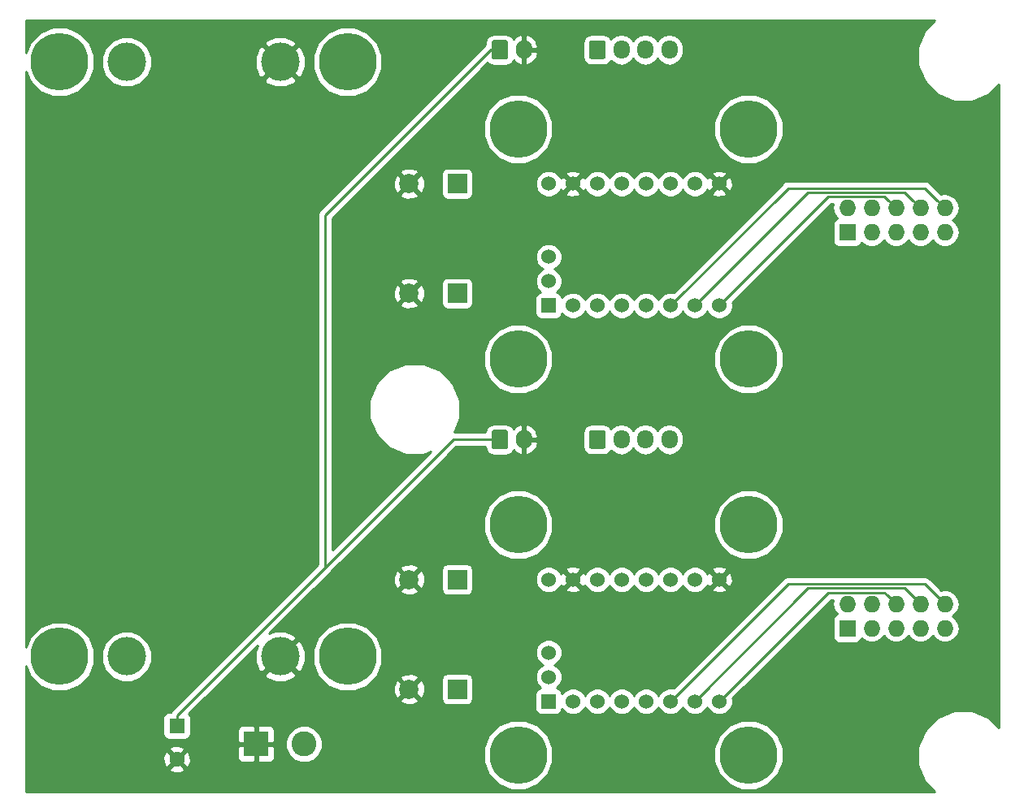
<source format=gbl>
G04 #@! TF.GenerationSoftware,KiCad,Pcbnew,5.0.2+dfsg1-1*
G04 #@! TF.CreationDate,2021-08-07T23:42:24+09:00*
G04 #@! TF.ProjectId,tmc-hv-enxtender,746d632d-6876-42d6-956e-7874656e6465,rev?*
G04 #@! TF.SameCoordinates,Original*
G04 #@! TF.FileFunction,Copper,L2,Bot*
G04 #@! TF.FilePolarity,Positive*
%FSLAX46Y46*%
G04 Gerber Fmt 4.6, Leading zero omitted, Abs format (unit mm)*
G04 Created by KiCad (PCBNEW 5.0.2+dfsg1-1) date Sat 07 Aug 2021 11:42:24 PM JST*
%MOMM*%
%LPD*%
G01*
G04 APERTURE LIST*
G04 #@! TA.AperFunction,ComponentPad*
%ADD10R,1.727200X1.727200*%
G04 #@! TD*
G04 #@! TA.AperFunction,ComponentPad*
%ADD11O,1.727200X1.727200*%
G04 #@! TD*
G04 #@! TA.AperFunction,ComponentPad*
%ADD12C,6.000000*%
G04 #@! TD*
G04 #@! TA.AperFunction,ComponentPad*
%ADD13C,4.000000*%
G04 #@! TD*
G04 #@! TA.AperFunction,ComponentPad*
%ADD14C,1.524000*%
G04 #@! TD*
G04 #@! TA.AperFunction,ComponentPad*
%ADD15R,1.524000X1.524000*%
G04 #@! TD*
G04 #@! TA.AperFunction,ComponentPad*
%ADD16O,1.700000X1.950000*%
G04 #@! TD*
G04 #@! TA.AperFunction,Conductor*
%ADD17C,0.100000*%
G04 #@! TD*
G04 #@! TA.AperFunction,ComponentPad*
%ADD18C,1.700000*%
G04 #@! TD*
G04 #@! TA.AperFunction,ComponentPad*
%ADD19O,1.700000X2.000000*%
G04 #@! TD*
G04 #@! TA.AperFunction,ComponentPad*
%ADD20R,2.000000X2.000000*%
G04 #@! TD*
G04 #@! TA.AperFunction,ComponentPad*
%ADD21C,2.000000*%
G04 #@! TD*
G04 #@! TA.AperFunction,ComponentPad*
%ADD22R,1.600000X1.600000*%
G04 #@! TD*
G04 #@! TA.AperFunction,ComponentPad*
%ADD23C,1.600000*%
G04 #@! TD*
G04 #@! TA.AperFunction,ComponentPad*
%ADD24R,2.600000X2.600000*%
G04 #@! TD*
G04 #@! TA.AperFunction,ComponentPad*
%ADD25C,2.600000*%
G04 #@! TD*
G04 #@! TA.AperFunction,ViaPad*
%ADD26C,0.800000*%
G04 #@! TD*
G04 #@! TA.AperFunction,Conductor*
%ADD27C,0.250000*%
G04 #@! TD*
G04 #@! TA.AperFunction,Conductor*
%ADD28C,0.254000*%
G04 #@! TD*
G04 APERTURE END LIST*
D10*
G04 #@! TO.P,J5,1*
G04 #@! TO.N,Net-(J5-Pad1)*
X240665000Y-42545000D03*
D11*
G04 #@! TO.P,J5,2*
G04 #@! TO.N,N/C*
X240665000Y-40005000D03*
G04 #@! TO.P,J5,3*
G04 #@! TO.N,Net-(J5-Pad3)*
X243205000Y-42545000D03*
G04 #@! TO.P,J5,4*
G04 #@! TO.N,Net-(C3-Pad1)*
X243205000Y-40005000D03*
G04 #@! TO.P,J5,5*
G04 #@! TO.N,Net-(J5-Pad5)*
X245745000Y-42545000D03*
G04 #@! TO.P,J5,6*
G04 #@! TO.N,Net-(J5-Pad6)*
X245745000Y-40005000D03*
G04 #@! TO.P,J5,7*
G04 #@! TO.N,Net-(J5-Pad7)*
X248285000Y-42545000D03*
G04 #@! TO.P,J5,8*
G04 #@! TO.N,Net-(J5-Pad8)*
X248285000Y-40005000D03*
G04 #@! TO.P,J5,9*
G04 #@! TO.N,Net-(J5-Pad9)*
X250825000Y-42545000D03*
G04 #@! TO.P,J5,10*
G04 #@! TO.N,Net-(J5-Pad10)*
X250825000Y-40005000D03*
G04 #@! TD*
G04 #@! TO.P,J6,10*
G04 #@! TO.N,Net-(J6-Pad10)*
X250825000Y-81280000D03*
G04 #@! TO.P,J6,9*
G04 #@! TO.N,Net-(J6-Pad9)*
X250825000Y-83820000D03*
G04 #@! TO.P,J6,8*
G04 #@! TO.N,Net-(J6-Pad8)*
X248285000Y-81280000D03*
G04 #@! TO.P,J6,7*
G04 #@! TO.N,Net-(J6-Pad7)*
X248285000Y-83820000D03*
G04 #@! TO.P,J6,6*
G04 #@! TO.N,Net-(J6-Pad6)*
X245745000Y-81280000D03*
G04 #@! TO.P,J6,5*
G04 #@! TO.N,Net-(J6-Pad5)*
X245745000Y-83820000D03*
G04 #@! TO.P,J6,4*
G04 #@! TO.N,Net-(C4-Pad1)*
X243205000Y-81280000D03*
G04 #@! TO.P,J6,3*
G04 #@! TO.N,Net-(J6-Pad3)*
X243205000Y-83820000D03*
G04 #@! TO.P,J6,2*
G04 #@! TO.N,N/C*
X240665000Y-81280000D03*
D10*
G04 #@! TO.P,J6,1*
G04 #@! TO.N,Net-(J6-Pad1)*
X240665000Y-83820000D03*
G04 #@! TD*
D12*
G04 #@! TO.P,U2,*
G04 #@! TO.N,*
X188595000Y-86765000D03*
X158595000Y-86765000D03*
X188595000Y-24765000D03*
X158595000Y-24765000D03*
D13*
G04 #@! TO.P,U2,1*
G04 #@! TO.N,GND*
X181595000Y-86765000D03*
G04 #@! TO.P,U2,2*
G04 #@! TO.N,+24V*
X165595000Y-86765000D03*
G04 #@! TO.P,U2,3*
G04 #@! TO.N,GND*
X181595000Y-24765000D03*
G04 #@! TO.P,U2,4*
G04 #@! TO.N,+48V*
X165595000Y-24765000D03*
G04 #@! TD*
D14*
G04 #@! TO.P,U3,18*
G04 #@! TO.N,N/C*
X209550000Y-45085000D03*
G04 #@! TO.P,U3,17*
X209550000Y-47625000D03*
G04 #@! TO.P,U3,16*
G04 #@! TO.N,+48V*
X209550000Y-37465000D03*
G04 #@! TO.P,U3,15*
G04 #@! TO.N,GND*
X212090000Y-37465000D03*
G04 #@! TO.P,U3,14*
G04 #@! TO.N,Net-(J3-Pad1)*
X214630000Y-37465000D03*
G04 #@! TO.P,U3,13*
G04 #@! TO.N,Net-(J3-Pad2)*
X217170000Y-37465000D03*
G04 #@! TO.P,U3,12*
G04 #@! TO.N,Net-(J3-Pad3)*
X219710000Y-37465000D03*
G04 #@! TO.P,U3,11*
G04 #@! TO.N,Net-(J3-Pad4)*
X222250000Y-37465000D03*
G04 #@! TO.P,U3,10*
G04 #@! TO.N,Net-(C3-Pad1)*
X224790000Y-37465000D03*
G04 #@! TO.P,U3,9*
G04 #@! TO.N,GND*
X227330000Y-37465000D03*
G04 #@! TO.P,U3,8*
G04 #@! TO.N,Net-(J5-Pad6)*
X227330000Y-50165000D03*
G04 #@! TO.P,U3,7*
G04 #@! TO.N,Net-(J5-Pad8)*
X224790000Y-50165000D03*
G04 #@! TO.P,U3,6*
G04 #@! TO.N,Net-(J5-Pad10)*
X222250000Y-50165000D03*
G04 #@! TO.P,U3,5*
G04 #@! TO.N,Net-(J5-Pad9)*
X219710000Y-50165000D03*
G04 #@! TO.P,U3,4*
G04 #@! TO.N,Net-(J5-Pad7)*
X217170000Y-50165000D03*
G04 #@! TO.P,U3,3*
G04 #@! TO.N,Net-(J5-Pad5)*
X214630000Y-50165000D03*
G04 #@! TO.P,U3,2*
G04 #@! TO.N,Net-(J5-Pad3)*
X212090000Y-50165000D03*
D15*
G04 #@! TO.P,U3,1*
G04 #@! TO.N,Net-(J5-Pad1)*
X209550000Y-50165000D03*
G04 #@! TD*
G04 #@! TO.P,U4,1*
G04 #@! TO.N,Net-(J6-Pad1)*
X209550000Y-91440000D03*
D14*
G04 #@! TO.P,U4,2*
G04 #@! TO.N,Net-(J6-Pad3)*
X212090000Y-91440000D03*
G04 #@! TO.P,U4,3*
G04 #@! TO.N,Net-(J6-Pad5)*
X214630000Y-91440000D03*
G04 #@! TO.P,U4,4*
G04 #@! TO.N,Net-(J6-Pad7)*
X217170000Y-91440000D03*
G04 #@! TO.P,U4,5*
G04 #@! TO.N,Net-(J6-Pad9)*
X219710000Y-91440000D03*
G04 #@! TO.P,U4,6*
G04 #@! TO.N,Net-(J6-Pad10)*
X222250000Y-91440000D03*
G04 #@! TO.P,U4,7*
G04 #@! TO.N,Net-(J6-Pad8)*
X224790000Y-91440000D03*
G04 #@! TO.P,U4,8*
G04 #@! TO.N,Net-(J6-Pad6)*
X227330000Y-91440000D03*
G04 #@! TO.P,U4,9*
G04 #@! TO.N,GND*
X227330000Y-78740000D03*
G04 #@! TO.P,U4,10*
G04 #@! TO.N,Net-(C4-Pad1)*
X224790000Y-78740000D03*
G04 #@! TO.P,U4,11*
G04 #@! TO.N,Net-(J4-Pad4)*
X222250000Y-78740000D03*
G04 #@! TO.P,U4,12*
G04 #@! TO.N,Net-(J4-Pad3)*
X219710000Y-78740000D03*
G04 #@! TO.P,U4,13*
G04 #@! TO.N,Net-(J4-Pad2)*
X217170000Y-78740000D03*
G04 #@! TO.P,U4,14*
G04 #@! TO.N,Net-(J4-Pad1)*
X214630000Y-78740000D03*
G04 #@! TO.P,U4,15*
G04 #@! TO.N,GND*
X212090000Y-78740000D03*
G04 #@! TO.P,U4,16*
G04 #@! TO.N,+48V*
X209550000Y-78740000D03*
G04 #@! TO.P,U4,17*
G04 #@! TO.N,N/C*
X209550000Y-88900000D03*
G04 #@! TO.P,U4,18*
X209550000Y-86360000D03*
G04 #@! TD*
D16*
G04 #@! TO.P,J3,4*
G04 #@! TO.N,Net-(J3-Pad4)*
X222130000Y-23495000D03*
G04 #@! TO.P,J3,3*
G04 #@! TO.N,Net-(J3-Pad3)*
X219630000Y-23495000D03*
G04 #@! TO.P,J3,2*
G04 #@! TO.N,Net-(J3-Pad2)*
X217130000Y-23495000D03*
D17*
G04 #@! TD*
G04 #@! TO.N,Net-(J3-Pad1)*
G04 #@! TO.C,J3*
G36*
X215254504Y-22521204D02*
X215278773Y-22524804D01*
X215302571Y-22530765D01*
X215325671Y-22539030D01*
X215347849Y-22549520D01*
X215368893Y-22562133D01*
X215388598Y-22576747D01*
X215406777Y-22593223D01*
X215423253Y-22611402D01*
X215437867Y-22631107D01*
X215450480Y-22652151D01*
X215460970Y-22674329D01*
X215469235Y-22697429D01*
X215475196Y-22721227D01*
X215478796Y-22745496D01*
X215480000Y-22770000D01*
X215480000Y-24220000D01*
X215478796Y-24244504D01*
X215475196Y-24268773D01*
X215469235Y-24292571D01*
X215460970Y-24315671D01*
X215450480Y-24337849D01*
X215437867Y-24358893D01*
X215423253Y-24378598D01*
X215406777Y-24396777D01*
X215388598Y-24413253D01*
X215368893Y-24427867D01*
X215347849Y-24440480D01*
X215325671Y-24450970D01*
X215302571Y-24459235D01*
X215278773Y-24465196D01*
X215254504Y-24468796D01*
X215230000Y-24470000D01*
X214030000Y-24470000D01*
X214005496Y-24468796D01*
X213981227Y-24465196D01*
X213957429Y-24459235D01*
X213934329Y-24450970D01*
X213912151Y-24440480D01*
X213891107Y-24427867D01*
X213871402Y-24413253D01*
X213853223Y-24396777D01*
X213836747Y-24378598D01*
X213822133Y-24358893D01*
X213809520Y-24337849D01*
X213799030Y-24315671D01*
X213790765Y-24292571D01*
X213784804Y-24268773D01*
X213781204Y-24244504D01*
X213780000Y-24220000D01*
X213780000Y-22770000D01*
X213781204Y-22745496D01*
X213784804Y-22721227D01*
X213790765Y-22697429D01*
X213799030Y-22674329D01*
X213809520Y-22652151D01*
X213822133Y-22631107D01*
X213836747Y-22611402D01*
X213853223Y-22593223D01*
X213871402Y-22576747D01*
X213891107Y-22562133D01*
X213912151Y-22549520D01*
X213934329Y-22539030D01*
X213957429Y-22530765D01*
X213981227Y-22524804D01*
X214005496Y-22521204D01*
X214030000Y-22520000D01*
X215230000Y-22520000D01*
X215254504Y-22521204D01*
X215254504Y-22521204D01*
G37*
D18*
G04 #@! TO.P,J3,1*
G04 #@! TO.N,Net-(J3-Pad1)*
X214630000Y-23495000D03*
G04 #@! TD*
D17*
G04 #@! TO.N,Net-(J4-Pad1)*
G04 #@! TO.C,J4*
G36*
X215254504Y-63161204D02*
X215278773Y-63164804D01*
X215302571Y-63170765D01*
X215325671Y-63179030D01*
X215347849Y-63189520D01*
X215368893Y-63202133D01*
X215388598Y-63216747D01*
X215406777Y-63233223D01*
X215423253Y-63251402D01*
X215437867Y-63271107D01*
X215450480Y-63292151D01*
X215460970Y-63314329D01*
X215469235Y-63337429D01*
X215475196Y-63361227D01*
X215478796Y-63385496D01*
X215480000Y-63410000D01*
X215480000Y-64860000D01*
X215478796Y-64884504D01*
X215475196Y-64908773D01*
X215469235Y-64932571D01*
X215460970Y-64955671D01*
X215450480Y-64977849D01*
X215437867Y-64998893D01*
X215423253Y-65018598D01*
X215406777Y-65036777D01*
X215388598Y-65053253D01*
X215368893Y-65067867D01*
X215347849Y-65080480D01*
X215325671Y-65090970D01*
X215302571Y-65099235D01*
X215278773Y-65105196D01*
X215254504Y-65108796D01*
X215230000Y-65110000D01*
X214030000Y-65110000D01*
X214005496Y-65108796D01*
X213981227Y-65105196D01*
X213957429Y-65099235D01*
X213934329Y-65090970D01*
X213912151Y-65080480D01*
X213891107Y-65067867D01*
X213871402Y-65053253D01*
X213853223Y-65036777D01*
X213836747Y-65018598D01*
X213822133Y-64998893D01*
X213809520Y-64977849D01*
X213799030Y-64955671D01*
X213790765Y-64932571D01*
X213784804Y-64908773D01*
X213781204Y-64884504D01*
X213780000Y-64860000D01*
X213780000Y-63410000D01*
X213781204Y-63385496D01*
X213784804Y-63361227D01*
X213790765Y-63337429D01*
X213799030Y-63314329D01*
X213809520Y-63292151D01*
X213822133Y-63271107D01*
X213836747Y-63251402D01*
X213853223Y-63233223D01*
X213871402Y-63216747D01*
X213891107Y-63202133D01*
X213912151Y-63189520D01*
X213934329Y-63179030D01*
X213957429Y-63170765D01*
X213981227Y-63164804D01*
X214005496Y-63161204D01*
X214030000Y-63160000D01*
X215230000Y-63160000D01*
X215254504Y-63161204D01*
X215254504Y-63161204D01*
G37*
D18*
G04 #@! TD*
G04 #@! TO.P,J4,1*
G04 #@! TO.N,Net-(J4-Pad1)*
X214630000Y-64135000D03*
D16*
G04 #@! TO.P,J4,2*
G04 #@! TO.N,Net-(J4-Pad2)*
X217130000Y-64135000D03*
G04 #@! TO.P,J4,3*
G04 #@! TO.N,Net-(J4-Pad3)*
X219630000Y-64135000D03*
G04 #@! TO.P,J4,4*
G04 #@! TO.N,Net-(J4-Pad4)*
X222130000Y-64135000D03*
G04 #@! TD*
D17*
G04 #@! TO.N,+24V*
G04 #@! TO.C,J7*
G36*
X205094504Y-22496204D02*
X205118773Y-22499804D01*
X205142571Y-22505765D01*
X205165671Y-22514030D01*
X205187849Y-22524520D01*
X205208893Y-22537133D01*
X205228598Y-22551747D01*
X205246777Y-22568223D01*
X205263253Y-22586402D01*
X205277867Y-22606107D01*
X205290480Y-22627151D01*
X205300970Y-22649329D01*
X205309235Y-22672429D01*
X205315196Y-22696227D01*
X205318796Y-22720496D01*
X205320000Y-22745000D01*
X205320000Y-24245000D01*
X205318796Y-24269504D01*
X205315196Y-24293773D01*
X205309235Y-24317571D01*
X205300970Y-24340671D01*
X205290480Y-24362849D01*
X205277867Y-24383893D01*
X205263253Y-24403598D01*
X205246777Y-24421777D01*
X205228598Y-24438253D01*
X205208893Y-24452867D01*
X205187849Y-24465480D01*
X205165671Y-24475970D01*
X205142571Y-24484235D01*
X205118773Y-24490196D01*
X205094504Y-24493796D01*
X205070000Y-24495000D01*
X203870000Y-24495000D01*
X203845496Y-24493796D01*
X203821227Y-24490196D01*
X203797429Y-24484235D01*
X203774329Y-24475970D01*
X203752151Y-24465480D01*
X203731107Y-24452867D01*
X203711402Y-24438253D01*
X203693223Y-24421777D01*
X203676747Y-24403598D01*
X203662133Y-24383893D01*
X203649520Y-24362849D01*
X203639030Y-24340671D01*
X203630765Y-24317571D01*
X203624804Y-24293773D01*
X203621204Y-24269504D01*
X203620000Y-24245000D01*
X203620000Y-22745000D01*
X203621204Y-22720496D01*
X203624804Y-22696227D01*
X203630765Y-22672429D01*
X203639030Y-22649329D01*
X203649520Y-22627151D01*
X203662133Y-22606107D01*
X203676747Y-22586402D01*
X203693223Y-22568223D01*
X203711402Y-22551747D01*
X203731107Y-22537133D01*
X203752151Y-22524520D01*
X203774329Y-22514030D01*
X203797429Y-22505765D01*
X203821227Y-22499804D01*
X203845496Y-22496204D01*
X203870000Y-22495000D01*
X205070000Y-22495000D01*
X205094504Y-22496204D01*
X205094504Y-22496204D01*
G37*
D18*
G04 #@! TD*
G04 #@! TO.P,J7,1*
G04 #@! TO.N,+24V*
X204470000Y-23495000D03*
D19*
G04 #@! TO.P,J7,2*
G04 #@! TO.N,GND*
X206970000Y-23495000D03*
G04 #@! TD*
G04 #@! TO.P,J8,2*
G04 #@! TO.N,GND*
X206970000Y-64135000D03*
D17*
G04 #@! TD*
G04 #@! TO.N,+24V*
G04 #@! TO.C,J8*
G36*
X205094504Y-63136204D02*
X205118773Y-63139804D01*
X205142571Y-63145765D01*
X205165671Y-63154030D01*
X205187849Y-63164520D01*
X205208893Y-63177133D01*
X205228598Y-63191747D01*
X205246777Y-63208223D01*
X205263253Y-63226402D01*
X205277867Y-63246107D01*
X205290480Y-63267151D01*
X205300970Y-63289329D01*
X205309235Y-63312429D01*
X205315196Y-63336227D01*
X205318796Y-63360496D01*
X205320000Y-63385000D01*
X205320000Y-64885000D01*
X205318796Y-64909504D01*
X205315196Y-64933773D01*
X205309235Y-64957571D01*
X205300970Y-64980671D01*
X205290480Y-65002849D01*
X205277867Y-65023893D01*
X205263253Y-65043598D01*
X205246777Y-65061777D01*
X205228598Y-65078253D01*
X205208893Y-65092867D01*
X205187849Y-65105480D01*
X205165671Y-65115970D01*
X205142571Y-65124235D01*
X205118773Y-65130196D01*
X205094504Y-65133796D01*
X205070000Y-65135000D01*
X203870000Y-65135000D01*
X203845496Y-65133796D01*
X203821227Y-65130196D01*
X203797429Y-65124235D01*
X203774329Y-65115970D01*
X203752151Y-65105480D01*
X203731107Y-65092867D01*
X203711402Y-65078253D01*
X203693223Y-65061777D01*
X203676747Y-65043598D01*
X203662133Y-65023893D01*
X203649520Y-65002849D01*
X203639030Y-64980671D01*
X203630765Y-64957571D01*
X203624804Y-64933773D01*
X203621204Y-64909504D01*
X203620000Y-64885000D01*
X203620000Y-63385000D01*
X203621204Y-63360496D01*
X203624804Y-63336227D01*
X203630765Y-63312429D01*
X203639030Y-63289329D01*
X203649520Y-63267151D01*
X203662133Y-63246107D01*
X203676747Y-63226402D01*
X203693223Y-63208223D01*
X203711402Y-63191747D01*
X203731107Y-63177133D01*
X203752151Y-63164520D01*
X203774329Y-63154030D01*
X203797429Y-63145765D01*
X203821227Y-63139804D01*
X203845496Y-63136204D01*
X203870000Y-63135000D01*
X205070000Y-63135000D01*
X205094504Y-63136204D01*
X205094504Y-63136204D01*
G37*
D18*
G04 #@! TO.P,J8,1*
G04 #@! TO.N,+24V*
X204470000Y-64135000D03*
G04 #@! TD*
D20*
G04 #@! TO.P,C6,1*
G04 #@! TO.N,+48V*
X200025000Y-37465000D03*
D21*
G04 #@! TO.P,C6,2*
G04 #@! TO.N,GND*
X195025000Y-37465000D03*
G04 #@! TD*
G04 #@! TO.P,C8,2*
G04 #@! TO.N,GND*
X195025000Y-78740000D03*
D20*
G04 #@! TO.P,C8,1*
G04 #@! TO.N,+48V*
X200025000Y-78740000D03*
G04 #@! TD*
D12*
G04 #@! TO.P,FAN1,*
G04 #@! TO.N,*
X230375000Y-55750000D03*
X206375000Y-55750000D03*
X230375000Y-31750000D03*
X206375000Y-31750000D03*
G04 #@! TD*
G04 #@! TO.P,FAN2,*
G04 #@! TO.N,*
X230375000Y-97025000D03*
X206375000Y-97025000D03*
X230375000Y-73025000D03*
X206375000Y-73025000D03*
G04 #@! TD*
D22*
G04 #@! TO.P,C1,1*
G04 #@! TO.N,+24V*
X170815000Y-93980000D03*
D23*
G04 #@! TO.P,C1,2*
G04 #@! TO.N,GND*
X170815000Y-97480000D03*
G04 #@! TD*
D20*
G04 #@! TO.P,C9,1*
G04 #@! TO.N,+48V*
X200025000Y-48895000D03*
D21*
G04 #@! TO.P,C9,2*
G04 #@! TO.N,GND*
X195025000Y-48895000D03*
G04 #@! TD*
G04 #@! TO.P,C10,2*
G04 #@! TO.N,GND*
X195025000Y-90170000D03*
D20*
G04 #@! TO.P,C10,1*
G04 #@! TO.N,+48V*
X200025000Y-90170000D03*
G04 #@! TD*
D24*
G04 #@! TO.P,J1,1*
G04 #@! TO.N,GND*
X179070000Y-95885000D03*
D25*
G04 #@! TO.P,J1,2*
G04 #@! TO.N,+24V*
X184070000Y-95885000D03*
G04 #@! TD*
D26*
G04 #@! TO.N,GND*
X158750000Y-31750000D03*
X158750000Y-38100000D03*
X158750000Y-44450000D03*
X158750000Y-50800000D03*
X158750000Y-57150000D03*
X158750000Y-63500000D03*
X158750000Y-69850000D03*
X158750000Y-76200000D03*
X165100000Y-76200000D03*
X165100000Y-69850000D03*
X165100000Y-63500000D03*
X165100000Y-57150000D03*
X165100000Y-50800000D03*
X165100000Y-44450000D03*
X165100000Y-38100000D03*
X165100000Y-31750000D03*
X206375000Y-41910000D03*
X206375000Y-83185000D03*
X158750000Y-99695000D03*
X171450000Y-38100000D03*
X177800000Y-38100000D03*
X184150000Y-38100000D03*
X184150000Y-44450000D03*
X177800000Y-44450000D03*
X171450000Y-44450000D03*
X171450000Y-50800000D03*
X177800000Y-50800000D03*
X184150000Y-50800000D03*
X184150000Y-57150000D03*
X177800000Y-57150000D03*
X171450000Y-57150000D03*
X171450000Y-63500000D03*
X171450000Y-69850000D03*
X171450000Y-76200000D03*
X165100000Y-82550000D03*
X171450000Y-82550000D03*
X171450000Y-88900000D03*
X177800000Y-63500000D03*
X184150000Y-63500000D03*
X184150000Y-69850000D03*
X177800000Y-69850000D03*
X177800000Y-76200000D03*
X177800000Y-82550000D03*
X184150000Y-76200000D03*
X171450000Y-25400000D03*
X177800000Y-25400000D03*
X227330000Y-34290000D03*
X227330000Y-75565000D03*
X255270000Y-30480000D03*
X255270000Y-33020000D03*
X255270000Y-91440000D03*
X255270000Y-88900000D03*
X255270000Y-76200000D03*
X255270000Y-73660000D03*
X255270000Y-71120000D03*
X255270000Y-68580000D03*
X255270000Y-66040000D03*
X255270000Y-63500000D03*
X255270000Y-60960000D03*
X255270000Y-58420000D03*
X255270000Y-55880000D03*
X179070000Y-98425000D03*
X176530000Y-95885000D03*
X255270000Y-78740000D03*
X255270000Y-81280000D03*
X255270000Y-83820000D03*
X255270000Y-86360000D03*
X255270000Y-53340000D03*
X255270000Y-50800000D03*
X255270000Y-48260000D03*
X255270000Y-45720000D03*
X255270000Y-43180000D03*
X255270000Y-40640000D03*
X255270000Y-38100000D03*
X255270000Y-35560000D03*
X226060000Y-21590000D03*
X228600000Y-21590000D03*
X231140000Y-21590000D03*
X233680000Y-21590000D03*
X236220000Y-21590000D03*
X238760000Y-21590000D03*
X241300000Y-21590000D03*
X243840000Y-21590000D03*
X246380000Y-21590000D03*
X156210000Y-99695000D03*
X156210000Y-97155000D03*
X156210000Y-93980000D03*
X186055000Y-99695000D03*
X188595000Y-99695000D03*
X191135000Y-99695000D03*
X193675000Y-99695000D03*
X196215000Y-99695000D03*
X198755000Y-99695000D03*
X201295000Y-99695000D03*
X247015000Y-99695000D03*
X244475000Y-99695000D03*
X241935000Y-99695000D03*
X239395000Y-99695000D03*
X236855000Y-99695000D03*
X234315000Y-99695000D03*
X210185000Y-99695000D03*
X212725000Y-99695000D03*
X215265000Y-99695000D03*
X217805000Y-99695000D03*
X220345000Y-99695000D03*
X222885000Y-99695000D03*
X225425000Y-99695000D03*
X161925000Y-21590000D03*
X164465000Y-21590000D03*
X167005000Y-21590000D03*
X169545000Y-21590000D03*
X172085000Y-21590000D03*
X174625000Y-21590000D03*
X177165000Y-21590000D03*
X179705000Y-21590000D03*
X182245000Y-21590000D03*
X184785000Y-21590000D03*
X192405000Y-21590000D03*
X210820000Y-21590000D03*
X163195000Y-99695000D03*
X165735000Y-99695000D03*
X175895000Y-99695000D03*
X173355000Y-99695000D03*
X168275000Y-99695000D03*
G04 #@! TD*
D27*
G04 #@! TO.N,Net-(J5-Pad6)*
X244881401Y-39141401D02*
X245745000Y-40005000D01*
X238678601Y-38816399D02*
X244556399Y-38816399D01*
X244556399Y-38816399D02*
X244881401Y-39141401D01*
X227330000Y-50165000D02*
X238678601Y-38816399D01*
G04 #@! TO.N,Net-(J5-Pad8)*
X247421401Y-39141401D02*
X248285000Y-40005000D01*
X236588610Y-38366390D02*
X246646390Y-38366390D01*
X246646390Y-38366390D02*
X247421401Y-39141401D01*
X224790000Y-50165000D02*
X236588610Y-38366390D01*
G04 #@! TO.N,Net-(J5-Pad10)*
X249961401Y-39141401D02*
X250825000Y-40005000D01*
X248736380Y-37916380D02*
X249961401Y-39141401D01*
X234498620Y-37916380D02*
X248736380Y-37916380D01*
X222250000Y-50165000D02*
X234498620Y-37916380D01*
G04 #@! TO.N,Net-(J6-Pad10)*
X248736380Y-79191380D02*
X249961401Y-80416401D01*
X249961401Y-80416401D02*
X250825000Y-81280000D01*
X234498620Y-79191380D02*
X248736380Y-79191380D01*
X222250000Y-91440000D02*
X234498620Y-79191380D01*
G04 #@! TO.N,Net-(J6-Pad8)*
X247421401Y-80416401D02*
X248285000Y-81280000D01*
X246646390Y-79641390D02*
X247421401Y-80416401D01*
X236588610Y-79641390D02*
X246646390Y-79641390D01*
X224790000Y-91440000D02*
X236588610Y-79641390D01*
G04 #@! TO.N,Net-(J6-Pad6)*
X244881401Y-80416401D02*
X245745000Y-81280000D01*
X244556399Y-80091399D02*
X244881401Y-80416401D01*
X238678601Y-80091399D02*
X244556399Y-80091399D01*
X227330000Y-91440000D02*
X238678601Y-80091399D01*
G04 #@! TO.N,+24V*
X203520000Y-64135000D02*
X204470000Y-64135000D01*
X199610000Y-64135000D02*
X203520000Y-64135000D01*
X170815000Y-93980000D02*
X170815000Y-92930000D01*
X186275000Y-40740000D02*
X186275000Y-77470000D01*
X203520000Y-23495000D02*
X186275000Y-40740000D01*
X170815000Y-92930000D02*
X186275000Y-77470000D01*
X204470000Y-23495000D02*
X203520000Y-23495000D01*
X186275000Y-77470000D02*
X199610000Y-64135000D01*
G04 #@! TD*
D28*
G04 #@! TO.N,GND*
G36*
X248722643Y-21452370D02*
X248003000Y-23189741D01*
X248003000Y-25070259D01*
X248722643Y-26807630D01*
X250052370Y-28137357D01*
X251789741Y-28857000D01*
X253670259Y-28857000D01*
X255407630Y-28137357D01*
X256413000Y-27131987D01*
X256413000Y-94153013D01*
X255407630Y-93147643D01*
X253670259Y-92428000D01*
X251789741Y-92428000D01*
X250052370Y-93147643D01*
X248722643Y-94477370D01*
X248003000Y-96214741D01*
X248003000Y-98095259D01*
X248722643Y-99832630D01*
X249728013Y-100838000D01*
X155067000Y-100838000D01*
X155067000Y-98487745D01*
X169986861Y-98487745D01*
X170060995Y-98733864D01*
X170598223Y-98926965D01*
X171168454Y-98899778D01*
X171569005Y-98733864D01*
X171643139Y-98487745D01*
X170815000Y-97659605D01*
X169986861Y-98487745D01*
X155067000Y-98487745D01*
X155067000Y-97263223D01*
X169368035Y-97263223D01*
X169395222Y-97833454D01*
X169561136Y-98234005D01*
X169807255Y-98308139D01*
X170635395Y-97480000D01*
X170994605Y-97480000D01*
X171822745Y-98308139D01*
X172068864Y-98234005D01*
X172261965Y-97696777D01*
X172234778Y-97126546D01*
X172068864Y-96725995D01*
X171822745Y-96651861D01*
X170994605Y-97480000D01*
X170635395Y-97480000D01*
X169807255Y-96651861D01*
X169561136Y-96725995D01*
X169368035Y-97263223D01*
X155067000Y-97263223D01*
X155067000Y-96472255D01*
X169986861Y-96472255D01*
X170815000Y-97300395D01*
X171643139Y-96472255D01*
X171569005Y-96226136D01*
X171414916Y-96170750D01*
X177135000Y-96170750D01*
X177135000Y-97311310D01*
X177231673Y-97544699D01*
X177410302Y-97723327D01*
X177643691Y-97820000D01*
X178784250Y-97820000D01*
X178943000Y-97661250D01*
X178943000Y-96012000D01*
X179197000Y-96012000D01*
X179197000Y-97661250D01*
X179355750Y-97820000D01*
X180496309Y-97820000D01*
X180729698Y-97723327D01*
X180908327Y-97544699D01*
X181005000Y-97311310D01*
X181005000Y-96170750D01*
X180846250Y-96012000D01*
X179197000Y-96012000D01*
X178943000Y-96012000D01*
X177293750Y-96012000D01*
X177135000Y-96170750D01*
X171414916Y-96170750D01*
X171031777Y-96033035D01*
X170461546Y-96060222D01*
X170060995Y-96226136D01*
X169986861Y-96472255D01*
X155067000Y-96472255D01*
X155067000Y-93180000D01*
X169367560Y-93180000D01*
X169367560Y-94780000D01*
X169416843Y-95027765D01*
X169557191Y-95237809D01*
X169767235Y-95378157D01*
X170015000Y-95427440D01*
X171615000Y-95427440D01*
X171862765Y-95378157D01*
X172072809Y-95237809D01*
X172213157Y-95027765D01*
X172262440Y-94780000D01*
X172262440Y-94458690D01*
X177135000Y-94458690D01*
X177135000Y-95599250D01*
X177293750Y-95758000D01*
X178943000Y-95758000D01*
X178943000Y-94108750D01*
X179197000Y-94108750D01*
X179197000Y-95758000D01*
X180846250Y-95758000D01*
X181005000Y-95599250D01*
X181005000Y-95500105D01*
X182135000Y-95500105D01*
X182135000Y-96269895D01*
X182429586Y-96981090D01*
X182973910Y-97525414D01*
X183685105Y-97820000D01*
X184454895Y-97820000D01*
X185166090Y-97525414D01*
X185710414Y-96981090D01*
X185991720Y-96301954D01*
X202740000Y-96301954D01*
X202740000Y-97748046D01*
X203293396Y-99084062D01*
X204315938Y-100106604D01*
X205651954Y-100660000D01*
X207098046Y-100660000D01*
X208434062Y-100106604D01*
X209456604Y-99084062D01*
X210010000Y-97748046D01*
X210010000Y-96301954D01*
X226740000Y-96301954D01*
X226740000Y-97748046D01*
X227293396Y-99084062D01*
X228315938Y-100106604D01*
X229651954Y-100660000D01*
X231098046Y-100660000D01*
X232434062Y-100106604D01*
X233456604Y-99084062D01*
X234010000Y-97748046D01*
X234010000Y-96301954D01*
X233456604Y-94965938D01*
X232434062Y-93943396D01*
X231098046Y-93390000D01*
X229651954Y-93390000D01*
X228315938Y-93943396D01*
X227293396Y-94965938D01*
X226740000Y-96301954D01*
X210010000Y-96301954D01*
X209456604Y-94965938D01*
X208434062Y-93943396D01*
X207098046Y-93390000D01*
X205651954Y-93390000D01*
X204315938Y-93943396D01*
X203293396Y-94965938D01*
X202740000Y-96301954D01*
X185991720Y-96301954D01*
X186005000Y-96269895D01*
X186005000Y-95500105D01*
X185710414Y-94788910D01*
X185166090Y-94244586D01*
X184454895Y-93950000D01*
X183685105Y-93950000D01*
X182973910Y-94244586D01*
X182429586Y-94788910D01*
X182135000Y-95500105D01*
X181005000Y-95500105D01*
X181005000Y-94458690D01*
X180908327Y-94225301D01*
X180729698Y-94046673D01*
X180496309Y-93950000D01*
X179355750Y-93950000D01*
X179197000Y-94108750D01*
X178943000Y-94108750D01*
X178784250Y-93950000D01*
X177643691Y-93950000D01*
X177410302Y-94046673D01*
X177231673Y-94225301D01*
X177135000Y-94458690D01*
X172262440Y-94458690D01*
X172262440Y-93180000D01*
X172213157Y-92932235D01*
X172082743Y-92737058D01*
X173497269Y-91322532D01*
X194052073Y-91322532D01*
X194150736Y-91589387D01*
X194760461Y-91815908D01*
X195410460Y-91791856D01*
X195899264Y-91589387D01*
X195997927Y-91322532D01*
X195025000Y-90349605D01*
X194052073Y-91322532D01*
X173497269Y-91322532D01*
X176179779Y-88640022D01*
X179899584Y-88640022D01*
X180120353Y-89010743D01*
X181092012Y-89404119D01*
X182140247Y-89395713D01*
X183069647Y-89010743D01*
X183290416Y-88640022D01*
X181595000Y-86944605D01*
X179899584Y-88640022D01*
X176179779Y-88640022D01*
X179226682Y-85593119D01*
X178955881Y-86262012D01*
X178964287Y-87310247D01*
X179349257Y-88239647D01*
X179719978Y-88460416D01*
X181415395Y-86765000D01*
X181774605Y-86765000D01*
X183470022Y-88460416D01*
X183840743Y-88239647D01*
X184234119Y-87267988D01*
X184225713Y-86219753D01*
X184152067Y-86041954D01*
X184960000Y-86041954D01*
X184960000Y-87488046D01*
X185513396Y-88824062D01*
X186535938Y-89846604D01*
X187871954Y-90400000D01*
X189318046Y-90400000D01*
X190511968Y-89905461D01*
X193379092Y-89905461D01*
X193403144Y-90555460D01*
X193605613Y-91044264D01*
X193872468Y-91142927D01*
X194845395Y-90170000D01*
X195204605Y-90170000D01*
X196177532Y-91142927D01*
X196444387Y-91044264D01*
X196670908Y-90434539D01*
X196646856Y-89784540D01*
X196444387Y-89295736D01*
X196177532Y-89197073D01*
X195204605Y-90170000D01*
X194845395Y-90170000D01*
X193872468Y-89197073D01*
X193605613Y-89295736D01*
X193379092Y-89905461D01*
X190511968Y-89905461D01*
X190654062Y-89846604D01*
X191483198Y-89017468D01*
X194052073Y-89017468D01*
X195025000Y-89990395D01*
X195845395Y-89170000D01*
X198377560Y-89170000D01*
X198377560Y-91170000D01*
X198426843Y-91417765D01*
X198567191Y-91627809D01*
X198777235Y-91768157D01*
X199025000Y-91817440D01*
X201025000Y-91817440D01*
X201272765Y-91768157D01*
X201482809Y-91627809D01*
X201623157Y-91417765D01*
X201672440Y-91170000D01*
X201672440Y-90678000D01*
X208140560Y-90678000D01*
X208140560Y-92202000D01*
X208189843Y-92449765D01*
X208330191Y-92659809D01*
X208540235Y-92800157D01*
X208788000Y-92849440D01*
X210312000Y-92849440D01*
X210559765Y-92800157D01*
X210769809Y-92659809D01*
X210910157Y-92449765D01*
X210945653Y-92271310D01*
X211298663Y-92624320D01*
X211812119Y-92837000D01*
X212367881Y-92837000D01*
X212881337Y-92624320D01*
X213274320Y-92231337D01*
X213360000Y-92024487D01*
X213445680Y-92231337D01*
X213838663Y-92624320D01*
X214352119Y-92837000D01*
X214907881Y-92837000D01*
X215421337Y-92624320D01*
X215814320Y-92231337D01*
X215900000Y-92024487D01*
X215985680Y-92231337D01*
X216378663Y-92624320D01*
X216892119Y-92837000D01*
X217447881Y-92837000D01*
X217961337Y-92624320D01*
X218354320Y-92231337D01*
X218440000Y-92024487D01*
X218525680Y-92231337D01*
X218918663Y-92624320D01*
X219432119Y-92837000D01*
X219987881Y-92837000D01*
X220501337Y-92624320D01*
X220894320Y-92231337D01*
X220980000Y-92024487D01*
X221065680Y-92231337D01*
X221458663Y-92624320D01*
X221972119Y-92837000D01*
X222527881Y-92837000D01*
X223041337Y-92624320D01*
X223434320Y-92231337D01*
X223520000Y-92024487D01*
X223605680Y-92231337D01*
X223998663Y-92624320D01*
X224512119Y-92837000D01*
X225067881Y-92837000D01*
X225581337Y-92624320D01*
X225974320Y-92231337D01*
X226060000Y-92024487D01*
X226145680Y-92231337D01*
X226538663Y-92624320D01*
X227052119Y-92837000D01*
X227607881Y-92837000D01*
X228121337Y-92624320D01*
X228514320Y-92231337D01*
X228727000Y-91717881D01*
X228727000Y-91162119D01*
X228714020Y-91130782D01*
X238993404Y-80851399D01*
X239222295Y-80851399D01*
X239137041Y-81280000D01*
X239253350Y-81864725D01*
X239579651Y-82353068D01*
X239553635Y-82358243D01*
X239343591Y-82498591D01*
X239203243Y-82708635D01*
X239153960Y-82956400D01*
X239153960Y-84683600D01*
X239203243Y-84931365D01*
X239343591Y-85141409D01*
X239553635Y-85281757D01*
X239801400Y-85331040D01*
X241528600Y-85331040D01*
X241776365Y-85281757D01*
X241986409Y-85141409D01*
X242126757Y-84931365D01*
X242131932Y-84905349D01*
X242620275Y-85231650D01*
X243057402Y-85318600D01*
X243352598Y-85318600D01*
X243789725Y-85231650D01*
X244285430Y-84900430D01*
X244475000Y-84616719D01*
X244664570Y-84900430D01*
X245160275Y-85231650D01*
X245597402Y-85318600D01*
X245892598Y-85318600D01*
X246329725Y-85231650D01*
X246825430Y-84900430D01*
X247015000Y-84616719D01*
X247204570Y-84900430D01*
X247700275Y-85231650D01*
X248137402Y-85318600D01*
X248432598Y-85318600D01*
X248869725Y-85231650D01*
X249365430Y-84900430D01*
X249555000Y-84616719D01*
X249744570Y-84900430D01*
X250240275Y-85231650D01*
X250677402Y-85318600D01*
X250972598Y-85318600D01*
X251409725Y-85231650D01*
X251905430Y-84900430D01*
X252236650Y-84404725D01*
X252352959Y-83820000D01*
X252236650Y-83235275D01*
X251905430Y-82739570D01*
X251621719Y-82550000D01*
X251905430Y-82360430D01*
X252236650Y-81864725D01*
X252352959Y-81280000D01*
X252236650Y-80695275D01*
X251905430Y-80199570D01*
X251409725Y-79868350D01*
X250972598Y-79781400D01*
X250677402Y-79781400D01*
X250447027Y-79827224D01*
X249326711Y-78706910D01*
X249284309Y-78643451D01*
X249032917Y-78475476D01*
X248811232Y-78431380D01*
X248811227Y-78431380D01*
X248736380Y-78416492D01*
X248661533Y-78431380D01*
X234573468Y-78431380D01*
X234498620Y-78416492D01*
X234423772Y-78431380D01*
X234423768Y-78431380D01*
X234202083Y-78475476D01*
X233950691Y-78643451D01*
X233908291Y-78706907D01*
X222559219Y-90055980D01*
X222527881Y-90043000D01*
X221972119Y-90043000D01*
X221458663Y-90255680D01*
X221065680Y-90648663D01*
X220980000Y-90855513D01*
X220894320Y-90648663D01*
X220501337Y-90255680D01*
X219987881Y-90043000D01*
X219432119Y-90043000D01*
X218918663Y-90255680D01*
X218525680Y-90648663D01*
X218440000Y-90855513D01*
X218354320Y-90648663D01*
X217961337Y-90255680D01*
X217447881Y-90043000D01*
X216892119Y-90043000D01*
X216378663Y-90255680D01*
X215985680Y-90648663D01*
X215900000Y-90855513D01*
X215814320Y-90648663D01*
X215421337Y-90255680D01*
X214907881Y-90043000D01*
X214352119Y-90043000D01*
X213838663Y-90255680D01*
X213445680Y-90648663D01*
X213360000Y-90855513D01*
X213274320Y-90648663D01*
X212881337Y-90255680D01*
X212367881Y-90043000D01*
X211812119Y-90043000D01*
X211298663Y-90255680D01*
X210945653Y-90608690D01*
X210910157Y-90430235D01*
X210769809Y-90220191D01*
X210559765Y-90079843D01*
X210381310Y-90044347D01*
X210734320Y-89691337D01*
X210947000Y-89177881D01*
X210947000Y-88622119D01*
X210734320Y-88108663D01*
X210341337Y-87715680D01*
X210134487Y-87630000D01*
X210341337Y-87544320D01*
X210734320Y-87151337D01*
X210947000Y-86637881D01*
X210947000Y-86082119D01*
X210734320Y-85568663D01*
X210341337Y-85175680D01*
X209827881Y-84963000D01*
X209272119Y-84963000D01*
X208758663Y-85175680D01*
X208365680Y-85568663D01*
X208153000Y-86082119D01*
X208153000Y-86637881D01*
X208365680Y-87151337D01*
X208758663Y-87544320D01*
X208965513Y-87630000D01*
X208758663Y-87715680D01*
X208365680Y-88108663D01*
X208153000Y-88622119D01*
X208153000Y-89177881D01*
X208365680Y-89691337D01*
X208718690Y-90044347D01*
X208540235Y-90079843D01*
X208330191Y-90220191D01*
X208189843Y-90430235D01*
X208140560Y-90678000D01*
X201672440Y-90678000D01*
X201672440Y-89170000D01*
X201623157Y-88922235D01*
X201482809Y-88712191D01*
X201272765Y-88571843D01*
X201025000Y-88522560D01*
X199025000Y-88522560D01*
X198777235Y-88571843D01*
X198567191Y-88712191D01*
X198426843Y-88922235D01*
X198377560Y-89170000D01*
X195845395Y-89170000D01*
X195997927Y-89017468D01*
X195899264Y-88750613D01*
X195289539Y-88524092D01*
X194639540Y-88548144D01*
X194150736Y-88750613D01*
X194052073Y-89017468D01*
X191483198Y-89017468D01*
X191676604Y-88824062D01*
X192230000Y-87488046D01*
X192230000Y-86041954D01*
X191676604Y-84705938D01*
X190654062Y-83683396D01*
X189318046Y-83130000D01*
X187871954Y-83130000D01*
X186535938Y-83683396D01*
X185513396Y-84705938D01*
X184960000Y-86041954D01*
X184152067Y-86041954D01*
X183840743Y-85290353D01*
X183470022Y-85069584D01*
X181774605Y-86765000D01*
X181415395Y-86765000D01*
X181401252Y-86750858D01*
X181580858Y-86571252D01*
X181595000Y-86585395D01*
X183290416Y-84889978D01*
X183069647Y-84519257D01*
X182097988Y-84125881D01*
X181049753Y-84134287D01*
X180427959Y-84391842D01*
X184927269Y-79892532D01*
X194052073Y-79892532D01*
X194150736Y-80159387D01*
X194760461Y-80385908D01*
X195410460Y-80361856D01*
X195899264Y-80159387D01*
X195997927Y-79892532D01*
X195025000Y-78919605D01*
X194052073Y-79892532D01*
X184927269Y-79892532D01*
X186344340Y-78475461D01*
X193379092Y-78475461D01*
X193403144Y-79125460D01*
X193605613Y-79614264D01*
X193872468Y-79712927D01*
X194845395Y-78740000D01*
X195204605Y-78740000D01*
X196177532Y-79712927D01*
X196444387Y-79614264D01*
X196670908Y-79004539D01*
X196646856Y-78354540D01*
X196444387Y-77865736D01*
X196177532Y-77767073D01*
X195204605Y-78740000D01*
X194845395Y-78740000D01*
X193872468Y-77767073D01*
X193605613Y-77865736D01*
X193379092Y-78475461D01*
X186344340Y-78475461D01*
X186759473Y-78060329D01*
X186822929Y-78017929D01*
X186865331Y-77954470D01*
X187232333Y-77587468D01*
X194052073Y-77587468D01*
X195025000Y-78560395D01*
X195845395Y-77740000D01*
X198377560Y-77740000D01*
X198377560Y-79740000D01*
X198426843Y-79987765D01*
X198567191Y-80197809D01*
X198777235Y-80338157D01*
X199025000Y-80387440D01*
X201025000Y-80387440D01*
X201272765Y-80338157D01*
X201482809Y-80197809D01*
X201623157Y-79987765D01*
X201672440Y-79740000D01*
X201672440Y-78462119D01*
X208153000Y-78462119D01*
X208153000Y-79017881D01*
X208365680Y-79531337D01*
X208758663Y-79924320D01*
X209272119Y-80137000D01*
X209827881Y-80137000D01*
X210341337Y-79924320D01*
X210545444Y-79720213D01*
X211289392Y-79720213D01*
X211358857Y-79962397D01*
X211882302Y-80149144D01*
X212437368Y-80121362D01*
X212821143Y-79962397D01*
X212890608Y-79720213D01*
X212090000Y-78919605D01*
X211289392Y-79720213D01*
X210545444Y-79720213D01*
X210734320Y-79531337D01*
X210813428Y-79340353D01*
X210867603Y-79471143D01*
X211109787Y-79540608D01*
X211910395Y-78740000D01*
X212269605Y-78740000D01*
X213070213Y-79540608D01*
X213312397Y-79471143D01*
X213362535Y-79330607D01*
X213445680Y-79531337D01*
X213838663Y-79924320D01*
X214352119Y-80137000D01*
X214907881Y-80137000D01*
X215421337Y-79924320D01*
X215814320Y-79531337D01*
X215900000Y-79324487D01*
X215985680Y-79531337D01*
X216378663Y-79924320D01*
X216892119Y-80137000D01*
X217447881Y-80137000D01*
X217961337Y-79924320D01*
X218354320Y-79531337D01*
X218440000Y-79324487D01*
X218525680Y-79531337D01*
X218918663Y-79924320D01*
X219432119Y-80137000D01*
X219987881Y-80137000D01*
X220501337Y-79924320D01*
X220894320Y-79531337D01*
X220980000Y-79324487D01*
X221065680Y-79531337D01*
X221458663Y-79924320D01*
X221972119Y-80137000D01*
X222527881Y-80137000D01*
X223041337Y-79924320D01*
X223434320Y-79531337D01*
X223520000Y-79324487D01*
X223605680Y-79531337D01*
X223998663Y-79924320D01*
X224512119Y-80137000D01*
X225067881Y-80137000D01*
X225581337Y-79924320D01*
X225785444Y-79720213D01*
X226529392Y-79720213D01*
X226598857Y-79962397D01*
X227122302Y-80149144D01*
X227677368Y-80121362D01*
X228061143Y-79962397D01*
X228130608Y-79720213D01*
X227330000Y-78919605D01*
X226529392Y-79720213D01*
X225785444Y-79720213D01*
X225974320Y-79531337D01*
X226053428Y-79340353D01*
X226107603Y-79471143D01*
X226349787Y-79540608D01*
X227150395Y-78740000D01*
X227509605Y-78740000D01*
X228310213Y-79540608D01*
X228552397Y-79471143D01*
X228739144Y-78947698D01*
X228711362Y-78392632D01*
X228552397Y-78008857D01*
X228310213Y-77939392D01*
X227509605Y-78740000D01*
X227150395Y-78740000D01*
X226349787Y-77939392D01*
X226107603Y-78008857D01*
X226057465Y-78149393D01*
X225974320Y-77948663D01*
X225785444Y-77759787D01*
X226529392Y-77759787D01*
X227330000Y-78560395D01*
X228130608Y-77759787D01*
X228061143Y-77517603D01*
X227537698Y-77330856D01*
X226982632Y-77358638D01*
X226598857Y-77517603D01*
X226529392Y-77759787D01*
X225785444Y-77759787D01*
X225581337Y-77555680D01*
X225067881Y-77343000D01*
X224512119Y-77343000D01*
X223998663Y-77555680D01*
X223605680Y-77948663D01*
X223520000Y-78155513D01*
X223434320Y-77948663D01*
X223041337Y-77555680D01*
X222527881Y-77343000D01*
X221972119Y-77343000D01*
X221458663Y-77555680D01*
X221065680Y-77948663D01*
X220980000Y-78155513D01*
X220894320Y-77948663D01*
X220501337Y-77555680D01*
X219987881Y-77343000D01*
X219432119Y-77343000D01*
X218918663Y-77555680D01*
X218525680Y-77948663D01*
X218440000Y-78155513D01*
X218354320Y-77948663D01*
X217961337Y-77555680D01*
X217447881Y-77343000D01*
X216892119Y-77343000D01*
X216378663Y-77555680D01*
X215985680Y-77948663D01*
X215900000Y-78155513D01*
X215814320Y-77948663D01*
X215421337Y-77555680D01*
X214907881Y-77343000D01*
X214352119Y-77343000D01*
X213838663Y-77555680D01*
X213445680Y-77948663D01*
X213366572Y-78139647D01*
X213312397Y-78008857D01*
X213070213Y-77939392D01*
X212269605Y-78740000D01*
X211910395Y-78740000D01*
X211109787Y-77939392D01*
X210867603Y-78008857D01*
X210817465Y-78149393D01*
X210734320Y-77948663D01*
X210545444Y-77759787D01*
X211289392Y-77759787D01*
X212090000Y-78560395D01*
X212890608Y-77759787D01*
X212821143Y-77517603D01*
X212297698Y-77330856D01*
X211742632Y-77358638D01*
X211358857Y-77517603D01*
X211289392Y-77759787D01*
X210545444Y-77759787D01*
X210341337Y-77555680D01*
X209827881Y-77343000D01*
X209272119Y-77343000D01*
X208758663Y-77555680D01*
X208365680Y-77948663D01*
X208153000Y-78462119D01*
X201672440Y-78462119D01*
X201672440Y-77740000D01*
X201623157Y-77492235D01*
X201482809Y-77282191D01*
X201272765Y-77141843D01*
X201025000Y-77092560D01*
X199025000Y-77092560D01*
X198777235Y-77141843D01*
X198567191Y-77282191D01*
X198426843Y-77492235D01*
X198377560Y-77740000D01*
X195845395Y-77740000D01*
X195997927Y-77587468D01*
X195899264Y-77320613D01*
X195289539Y-77094092D01*
X194639540Y-77118144D01*
X194150736Y-77320613D01*
X194052073Y-77587468D01*
X187232333Y-77587468D01*
X192517847Y-72301954D01*
X202740000Y-72301954D01*
X202740000Y-73748046D01*
X203293396Y-75084062D01*
X204315938Y-76106604D01*
X205651954Y-76660000D01*
X207098046Y-76660000D01*
X208434062Y-76106604D01*
X209456604Y-75084062D01*
X210010000Y-73748046D01*
X210010000Y-72301954D01*
X226740000Y-72301954D01*
X226740000Y-73748046D01*
X227293396Y-75084062D01*
X228315938Y-76106604D01*
X229651954Y-76660000D01*
X231098046Y-76660000D01*
X232434062Y-76106604D01*
X233456604Y-75084062D01*
X234010000Y-73748046D01*
X234010000Y-72301954D01*
X233456604Y-70965938D01*
X232434062Y-69943396D01*
X231098046Y-69390000D01*
X229651954Y-69390000D01*
X228315938Y-69943396D01*
X227293396Y-70965938D01*
X226740000Y-72301954D01*
X210010000Y-72301954D01*
X209456604Y-70965938D01*
X208434062Y-69943396D01*
X207098046Y-69390000D01*
X205651954Y-69390000D01*
X204315938Y-69943396D01*
X203293396Y-70965938D01*
X202740000Y-72301954D01*
X192517847Y-72301954D01*
X199924802Y-64895000D01*
X202974549Y-64895000D01*
X203040874Y-65228435D01*
X203235414Y-65519586D01*
X203526565Y-65714126D01*
X203870000Y-65782440D01*
X205070000Y-65782440D01*
X205413435Y-65714126D01*
X205704586Y-65519586D01*
X205881648Y-65254593D01*
X206077955Y-65473664D01*
X206600740Y-65724553D01*
X206613110Y-65726476D01*
X206843000Y-65605155D01*
X206843000Y-64262000D01*
X207097000Y-64262000D01*
X207097000Y-65605155D01*
X207326890Y-65726476D01*
X207339260Y-65724553D01*
X207862045Y-65473664D01*
X208249024Y-65041812D01*
X208441284Y-64494742D01*
X208297231Y-64262000D01*
X207097000Y-64262000D01*
X206843000Y-64262000D01*
X206823000Y-64262000D01*
X206823000Y-64008000D01*
X206843000Y-64008000D01*
X206843000Y-62664845D01*
X207097000Y-62664845D01*
X207097000Y-64008000D01*
X208297231Y-64008000D01*
X208441284Y-63775258D01*
X208312920Y-63410000D01*
X213132560Y-63410000D01*
X213132560Y-64860000D01*
X213200874Y-65203435D01*
X213395414Y-65494586D01*
X213686565Y-65689126D01*
X214030000Y-65757440D01*
X215230000Y-65757440D01*
X215573435Y-65689126D01*
X215864586Y-65494586D01*
X216016758Y-65266844D01*
X216059375Y-65330625D01*
X216550583Y-65658839D01*
X217130000Y-65774092D01*
X217709418Y-65658839D01*
X218200625Y-65330625D01*
X218380000Y-65062171D01*
X218559375Y-65330625D01*
X219050583Y-65658839D01*
X219630000Y-65774092D01*
X220209418Y-65658839D01*
X220700625Y-65330625D01*
X220880000Y-65062171D01*
X221059375Y-65330625D01*
X221550583Y-65658839D01*
X222130000Y-65774092D01*
X222709418Y-65658839D01*
X223200625Y-65330625D01*
X223528839Y-64839417D01*
X223615000Y-64406255D01*
X223615000Y-63863744D01*
X223528839Y-63430582D01*
X223200625Y-62939375D01*
X222709417Y-62611161D01*
X222130000Y-62495908D01*
X221550582Y-62611161D01*
X221059375Y-62939375D01*
X220880000Y-63207829D01*
X220700625Y-62939375D01*
X220209417Y-62611161D01*
X219630000Y-62495908D01*
X219050582Y-62611161D01*
X218559375Y-62939375D01*
X218380000Y-63207829D01*
X218200625Y-62939375D01*
X217709417Y-62611161D01*
X217130000Y-62495908D01*
X216550582Y-62611161D01*
X216059375Y-62939375D01*
X216016758Y-63003156D01*
X215864586Y-62775414D01*
X215573435Y-62580874D01*
X215230000Y-62512560D01*
X214030000Y-62512560D01*
X213686565Y-62580874D01*
X213395414Y-62775414D01*
X213200874Y-63066565D01*
X213132560Y-63410000D01*
X208312920Y-63410000D01*
X208249024Y-63228188D01*
X207862045Y-62796336D01*
X207339260Y-62545447D01*
X207326890Y-62543524D01*
X207097000Y-62664845D01*
X206843000Y-62664845D01*
X206613110Y-62543524D01*
X206600740Y-62545447D01*
X206077955Y-62796336D01*
X205881648Y-63015407D01*
X205704586Y-62750414D01*
X205413435Y-62555874D01*
X205070000Y-62487560D01*
X203870000Y-62487560D01*
X203526565Y-62555874D01*
X203235414Y-62750414D01*
X203040874Y-63041565D01*
X202974549Y-63375000D01*
X199696142Y-63375000D01*
X200307000Y-61900259D01*
X200307000Y-60019741D01*
X199587357Y-58282370D01*
X198257630Y-56952643D01*
X196520259Y-56233000D01*
X194639741Y-56233000D01*
X192902370Y-56952643D01*
X191572643Y-58282370D01*
X190853000Y-60019741D01*
X190853000Y-61900259D01*
X191572643Y-63637630D01*
X192902370Y-64967357D01*
X194639741Y-65687000D01*
X196520259Y-65687000D01*
X197310546Y-65359652D01*
X187035000Y-75635199D01*
X187035000Y-55026954D01*
X202740000Y-55026954D01*
X202740000Y-56473046D01*
X203293396Y-57809062D01*
X204315938Y-58831604D01*
X205651954Y-59385000D01*
X207098046Y-59385000D01*
X208434062Y-58831604D01*
X209456604Y-57809062D01*
X210010000Y-56473046D01*
X210010000Y-55026954D01*
X226740000Y-55026954D01*
X226740000Y-56473046D01*
X227293396Y-57809062D01*
X228315938Y-58831604D01*
X229651954Y-59385000D01*
X231098046Y-59385000D01*
X232434062Y-58831604D01*
X233456604Y-57809062D01*
X234010000Y-56473046D01*
X234010000Y-55026954D01*
X233456604Y-53690938D01*
X232434062Y-52668396D01*
X231098046Y-52115000D01*
X229651954Y-52115000D01*
X228315938Y-52668396D01*
X227293396Y-53690938D01*
X226740000Y-55026954D01*
X210010000Y-55026954D01*
X209456604Y-53690938D01*
X208434062Y-52668396D01*
X207098046Y-52115000D01*
X205651954Y-52115000D01*
X204315938Y-52668396D01*
X203293396Y-53690938D01*
X202740000Y-55026954D01*
X187035000Y-55026954D01*
X187035000Y-50047532D01*
X194052073Y-50047532D01*
X194150736Y-50314387D01*
X194760461Y-50540908D01*
X195410460Y-50516856D01*
X195899264Y-50314387D01*
X195997927Y-50047532D01*
X195025000Y-49074605D01*
X194052073Y-50047532D01*
X187035000Y-50047532D01*
X187035000Y-48630461D01*
X193379092Y-48630461D01*
X193403144Y-49280460D01*
X193605613Y-49769264D01*
X193872468Y-49867927D01*
X194845395Y-48895000D01*
X195204605Y-48895000D01*
X196177532Y-49867927D01*
X196444387Y-49769264D01*
X196670908Y-49159539D01*
X196646856Y-48509540D01*
X196444387Y-48020736D01*
X196177532Y-47922073D01*
X195204605Y-48895000D01*
X194845395Y-48895000D01*
X193872468Y-47922073D01*
X193605613Y-48020736D01*
X193379092Y-48630461D01*
X187035000Y-48630461D01*
X187035000Y-47742468D01*
X194052073Y-47742468D01*
X195025000Y-48715395D01*
X195845395Y-47895000D01*
X198377560Y-47895000D01*
X198377560Y-49895000D01*
X198426843Y-50142765D01*
X198567191Y-50352809D01*
X198777235Y-50493157D01*
X199025000Y-50542440D01*
X201025000Y-50542440D01*
X201272765Y-50493157D01*
X201482809Y-50352809D01*
X201623157Y-50142765D01*
X201672440Y-49895000D01*
X201672440Y-49403000D01*
X208140560Y-49403000D01*
X208140560Y-50927000D01*
X208189843Y-51174765D01*
X208330191Y-51384809D01*
X208540235Y-51525157D01*
X208788000Y-51574440D01*
X210312000Y-51574440D01*
X210559765Y-51525157D01*
X210769809Y-51384809D01*
X210910157Y-51174765D01*
X210945653Y-50996310D01*
X211298663Y-51349320D01*
X211812119Y-51562000D01*
X212367881Y-51562000D01*
X212881337Y-51349320D01*
X213274320Y-50956337D01*
X213360000Y-50749487D01*
X213445680Y-50956337D01*
X213838663Y-51349320D01*
X214352119Y-51562000D01*
X214907881Y-51562000D01*
X215421337Y-51349320D01*
X215814320Y-50956337D01*
X215900000Y-50749487D01*
X215985680Y-50956337D01*
X216378663Y-51349320D01*
X216892119Y-51562000D01*
X217447881Y-51562000D01*
X217961337Y-51349320D01*
X218354320Y-50956337D01*
X218440000Y-50749487D01*
X218525680Y-50956337D01*
X218918663Y-51349320D01*
X219432119Y-51562000D01*
X219987881Y-51562000D01*
X220501337Y-51349320D01*
X220894320Y-50956337D01*
X220980000Y-50749487D01*
X221065680Y-50956337D01*
X221458663Y-51349320D01*
X221972119Y-51562000D01*
X222527881Y-51562000D01*
X223041337Y-51349320D01*
X223434320Y-50956337D01*
X223520000Y-50749487D01*
X223605680Y-50956337D01*
X223998663Y-51349320D01*
X224512119Y-51562000D01*
X225067881Y-51562000D01*
X225581337Y-51349320D01*
X225974320Y-50956337D01*
X226060000Y-50749487D01*
X226145680Y-50956337D01*
X226538663Y-51349320D01*
X227052119Y-51562000D01*
X227607881Y-51562000D01*
X228121337Y-51349320D01*
X228514320Y-50956337D01*
X228727000Y-50442881D01*
X228727000Y-49887119D01*
X228714020Y-49855782D01*
X238993404Y-39576399D01*
X239222295Y-39576399D01*
X239137041Y-40005000D01*
X239253350Y-40589725D01*
X239579651Y-41078068D01*
X239553635Y-41083243D01*
X239343591Y-41223591D01*
X239203243Y-41433635D01*
X239153960Y-41681400D01*
X239153960Y-43408600D01*
X239203243Y-43656365D01*
X239343591Y-43866409D01*
X239553635Y-44006757D01*
X239801400Y-44056040D01*
X241528600Y-44056040D01*
X241776365Y-44006757D01*
X241986409Y-43866409D01*
X242126757Y-43656365D01*
X242131932Y-43630349D01*
X242620275Y-43956650D01*
X243057402Y-44043600D01*
X243352598Y-44043600D01*
X243789725Y-43956650D01*
X244285430Y-43625430D01*
X244475000Y-43341719D01*
X244664570Y-43625430D01*
X245160275Y-43956650D01*
X245597402Y-44043600D01*
X245892598Y-44043600D01*
X246329725Y-43956650D01*
X246825430Y-43625430D01*
X247015000Y-43341719D01*
X247204570Y-43625430D01*
X247700275Y-43956650D01*
X248137402Y-44043600D01*
X248432598Y-44043600D01*
X248869725Y-43956650D01*
X249365430Y-43625430D01*
X249555000Y-43341719D01*
X249744570Y-43625430D01*
X250240275Y-43956650D01*
X250677402Y-44043600D01*
X250972598Y-44043600D01*
X251409725Y-43956650D01*
X251905430Y-43625430D01*
X252236650Y-43129725D01*
X252352959Y-42545000D01*
X252236650Y-41960275D01*
X251905430Y-41464570D01*
X251621719Y-41275000D01*
X251905430Y-41085430D01*
X252236650Y-40589725D01*
X252352959Y-40005000D01*
X252236650Y-39420275D01*
X251905430Y-38924570D01*
X251409725Y-38593350D01*
X250972598Y-38506400D01*
X250677402Y-38506400D01*
X250447027Y-38552224D01*
X249326711Y-37431910D01*
X249284309Y-37368451D01*
X249032917Y-37200476D01*
X248811232Y-37156380D01*
X248811227Y-37156380D01*
X248736380Y-37141492D01*
X248661533Y-37156380D01*
X234573468Y-37156380D01*
X234498620Y-37141492D01*
X234423772Y-37156380D01*
X234423768Y-37156380D01*
X234202083Y-37200476D01*
X233950691Y-37368451D01*
X233908291Y-37431907D01*
X222559219Y-48780980D01*
X222527881Y-48768000D01*
X221972119Y-48768000D01*
X221458663Y-48980680D01*
X221065680Y-49373663D01*
X220980000Y-49580513D01*
X220894320Y-49373663D01*
X220501337Y-48980680D01*
X219987881Y-48768000D01*
X219432119Y-48768000D01*
X218918663Y-48980680D01*
X218525680Y-49373663D01*
X218440000Y-49580513D01*
X218354320Y-49373663D01*
X217961337Y-48980680D01*
X217447881Y-48768000D01*
X216892119Y-48768000D01*
X216378663Y-48980680D01*
X215985680Y-49373663D01*
X215900000Y-49580513D01*
X215814320Y-49373663D01*
X215421337Y-48980680D01*
X214907881Y-48768000D01*
X214352119Y-48768000D01*
X213838663Y-48980680D01*
X213445680Y-49373663D01*
X213360000Y-49580513D01*
X213274320Y-49373663D01*
X212881337Y-48980680D01*
X212367881Y-48768000D01*
X211812119Y-48768000D01*
X211298663Y-48980680D01*
X210945653Y-49333690D01*
X210910157Y-49155235D01*
X210769809Y-48945191D01*
X210559765Y-48804843D01*
X210381310Y-48769347D01*
X210734320Y-48416337D01*
X210947000Y-47902881D01*
X210947000Y-47347119D01*
X210734320Y-46833663D01*
X210341337Y-46440680D01*
X210134487Y-46355000D01*
X210341337Y-46269320D01*
X210734320Y-45876337D01*
X210947000Y-45362881D01*
X210947000Y-44807119D01*
X210734320Y-44293663D01*
X210341337Y-43900680D01*
X209827881Y-43688000D01*
X209272119Y-43688000D01*
X208758663Y-43900680D01*
X208365680Y-44293663D01*
X208153000Y-44807119D01*
X208153000Y-45362881D01*
X208365680Y-45876337D01*
X208758663Y-46269320D01*
X208965513Y-46355000D01*
X208758663Y-46440680D01*
X208365680Y-46833663D01*
X208153000Y-47347119D01*
X208153000Y-47902881D01*
X208365680Y-48416337D01*
X208718690Y-48769347D01*
X208540235Y-48804843D01*
X208330191Y-48945191D01*
X208189843Y-49155235D01*
X208140560Y-49403000D01*
X201672440Y-49403000D01*
X201672440Y-47895000D01*
X201623157Y-47647235D01*
X201482809Y-47437191D01*
X201272765Y-47296843D01*
X201025000Y-47247560D01*
X199025000Y-47247560D01*
X198777235Y-47296843D01*
X198567191Y-47437191D01*
X198426843Y-47647235D01*
X198377560Y-47895000D01*
X195845395Y-47895000D01*
X195997927Y-47742468D01*
X195899264Y-47475613D01*
X195289539Y-47249092D01*
X194639540Y-47273144D01*
X194150736Y-47475613D01*
X194052073Y-47742468D01*
X187035000Y-47742468D01*
X187035000Y-41054801D01*
X189472269Y-38617532D01*
X194052073Y-38617532D01*
X194150736Y-38884387D01*
X194760461Y-39110908D01*
X195410460Y-39086856D01*
X195899264Y-38884387D01*
X195997927Y-38617532D01*
X195025000Y-37644605D01*
X194052073Y-38617532D01*
X189472269Y-38617532D01*
X190889340Y-37200461D01*
X193379092Y-37200461D01*
X193403144Y-37850460D01*
X193605613Y-38339264D01*
X193872468Y-38437927D01*
X194845395Y-37465000D01*
X195204605Y-37465000D01*
X196177532Y-38437927D01*
X196444387Y-38339264D01*
X196670908Y-37729539D01*
X196646856Y-37079540D01*
X196444387Y-36590736D01*
X196177532Y-36492073D01*
X195204605Y-37465000D01*
X194845395Y-37465000D01*
X193872468Y-36492073D01*
X193605613Y-36590736D01*
X193379092Y-37200461D01*
X190889340Y-37200461D01*
X191777333Y-36312468D01*
X194052073Y-36312468D01*
X195025000Y-37285395D01*
X195845395Y-36465000D01*
X198377560Y-36465000D01*
X198377560Y-38465000D01*
X198426843Y-38712765D01*
X198567191Y-38922809D01*
X198777235Y-39063157D01*
X199025000Y-39112440D01*
X201025000Y-39112440D01*
X201272765Y-39063157D01*
X201482809Y-38922809D01*
X201623157Y-38712765D01*
X201672440Y-38465000D01*
X201672440Y-37187119D01*
X208153000Y-37187119D01*
X208153000Y-37742881D01*
X208365680Y-38256337D01*
X208758663Y-38649320D01*
X209272119Y-38862000D01*
X209827881Y-38862000D01*
X210341337Y-38649320D01*
X210545444Y-38445213D01*
X211289392Y-38445213D01*
X211358857Y-38687397D01*
X211882302Y-38874144D01*
X212437368Y-38846362D01*
X212821143Y-38687397D01*
X212890608Y-38445213D01*
X212090000Y-37644605D01*
X211289392Y-38445213D01*
X210545444Y-38445213D01*
X210734320Y-38256337D01*
X210813428Y-38065353D01*
X210867603Y-38196143D01*
X211109787Y-38265608D01*
X211910395Y-37465000D01*
X212269605Y-37465000D01*
X213070213Y-38265608D01*
X213312397Y-38196143D01*
X213362535Y-38055607D01*
X213445680Y-38256337D01*
X213838663Y-38649320D01*
X214352119Y-38862000D01*
X214907881Y-38862000D01*
X215421337Y-38649320D01*
X215814320Y-38256337D01*
X215900000Y-38049487D01*
X215985680Y-38256337D01*
X216378663Y-38649320D01*
X216892119Y-38862000D01*
X217447881Y-38862000D01*
X217961337Y-38649320D01*
X218354320Y-38256337D01*
X218440000Y-38049487D01*
X218525680Y-38256337D01*
X218918663Y-38649320D01*
X219432119Y-38862000D01*
X219987881Y-38862000D01*
X220501337Y-38649320D01*
X220894320Y-38256337D01*
X220980000Y-38049487D01*
X221065680Y-38256337D01*
X221458663Y-38649320D01*
X221972119Y-38862000D01*
X222527881Y-38862000D01*
X223041337Y-38649320D01*
X223434320Y-38256337D01*
X223520000Y-38049487D01*
X223605680Y-38256337D01*
X223998663Y-38649320D01*
X224512119Y-38862000D01*
X225067881Y-38862000D01*
X225581337Y-38649320D01*
X225785444Y-38445213D01*
X226529392Y-38445213D01*
X226598857Y-38687397D01*
X227122302Y-38874144D01*
X227677368Y-38846362D01*
X228061143Y-38687397D01*
X228130608Y-38445213D01*
X227330000Y-37644605D01*
X226529392Y-38445213D01*
X225785444Y-38445213D01*
X225974320Y-38256337D01*
X226053428Y-38065353D01*
X226107603Y-38196143D01*
X226349787Y-38265608D01*
X227150395Y-37465000D01*
X227509605Y-37465000D01*
X228310213Y-38265608D01*
X228552397Y-38196143D01*
X228739144Y-37672698D01*
X228711362Y-37117632D01*
X228552397Y-36733857D01*
X228310213Y-36664392D01*
X227509605Y-37465000D01*
X227150395Y-37465000D01*
X226349787Y-36664392D01*
X226107603Y-36733857D01*
X226057465Y-36874393D01*
X225974320Y-36673663D01*
X225785444Y-36484787D01*
X226529392Y-36484787D01*
X227330000Y-37285395D01*
X228130608Y-36484787D01*
X228061143Y-36242603D01*
X227537698Y-36055856D01*
X226982632Y-36083638D01*
X226598857Y-36242603D01*
X226529392Y-36484787D01*
X225785444Y-36484787D01*
X225581337Y-36280680D01*
X225067881Y-36068000D01*
X224512119Y-36068000D01*
X223998663Y-36280680D01*
X223605680Y-36673663D01*
X223520000Y-36880513D01*
X223434320Y-36673663D01*
X223041337Y-36280680D01*
X222527881Y-36068000D01*
X221972119Y-36068000D01*
X221458663Y-36280680D01*
X221065680Y-36673663D01*
X220980000Y-36880513D01*
X220894320Y-36673663D01*
X220501337Y-36280680D01*
X219987881Y-36068000D01*
X219432119Y-36068000D01*
X218918663Y-36280680D01*
X218525680Y-36673663D01*
X218440000Y-36880513D01*
X218354320Y-36673663D01*
X217961337Y-36280680D01*
X217447881Y-36068000D01*
X216892119Y-36068000D01*
X216378663Y-36280680D01*
X215985680Y-36673663D01*
X215900000Y-36880513D01*
X215814320Y-36673663D01*
X215421337Y-36280680D01*
X214907881Y-36068000D01*
X214352119Y-36068000D01*
X213838663Y-36280680D01*
X213445680Y-36673663D01*
X213366572Y-36864647D01*
X213312397Y-36733857D01*
X213070213Y-36664392D01*
X212269605Y-37465000D01*
X211910395Y-37465000D01*
X211109787Y-36664392D01*
X210867603Y-36733857D01*
X210817465Y-36874393D01*
X210734320Y-36673663D01*
X210545444Y-36484787D01*
X211289392Y-36484787D01*
X212090000Y-37285395D01*
X212890608Y-36484787D01*
X212821143Y-36242603D01*
X212297698Y-36055856D01*
X211742632Y-36083638D01*
X211358857Y-36242603D01*
X211289392Y-36484787D01*
X210545444Y-36484787D01*
X210341337Y-36280680D01*
X209827881Y-36068000D01*
X209272119Y-36068000D01*
X208758663Y-36280680D01*
X208365680Y-36673663D01*
X208153000Y-37187119D01*
X201672440Y-37187119D01*
X201672440Y-36465000D01*
X201623157Y-36217235D01*
X201482809Y-36007191D01*
X201272765Y-35866843D01*
X201025000Y-35817560D01*
X199025000Y-35817560D01*
X198777235Y-35866843D01*
X198567191Y-36007191D01*
X198426843Y-36217235D01*
X198377560Y-36465000D01*
X195845395Y-36465000D01*
X195997927Y-36312468D01*
X195899264Y-36045613D01*
X195289539Y-35819092D01*
X194639540Y-35843144D01*
X194150736Y-36045613D01*
X194052073Y-36312468D01*
X191777333Y-36312468D01*
X197062847Y-31026954D01*
X202740000Y-31026954D01*
X202740000Y-32473046D01*
X203293396Y-33809062D01*
X204315938Y-34831604D01*
X205651954Y-35385000D01*
X207098046Y-35385000D01*
X208434062Y-34831604D01*
X209456604Y-33809062D01*
X210010000Y-32473046D01*
X210010000Y-31026954D01*
X226740000Y-31026954D01*
X226740000Y-32473046D01*
X227293396Y-33809062D01*
X228315938Y-34831604D01*
X229651954Y-35385000D01*
X231098046Y-35385000D01*
X232434062Y-34831604D01*
X233456604Y-33809062D01*
X234010000Y-32473046D01*
X234010000Y-31026954D01*
X233456604Y-29690938D01*
X232434062Y-28668396D01*
X231098046Y-28115000D01*
X229651954Y-28115000D01*
X228315938Y-28668396D01*
X227293396Y-29690938D01*
X226740000Y-31026954D01*
X210010000Y-31026954D01*
X209456604Y-29690938D01*
X208434062Y-28668396D01*
X207098046Y-28115000D01*
X205651954Y-28115000D01*
X204315938Y-28668396D01*
X203293396Y-29690938D01*
X202740000Y-31026954D01*
X197062847Y-31026954D01*
X203225321Y-24864481D01*
X203235414Y-24879586D01*
X203526565Y-25074126D01*
X203870000Y-25142440D01*
X205070000Y-25142440D01*
X205413435Y-25074126D01*
X205704586Y-24879586D01*
X205881648Y-24614593D01*
X206077955Y-24833664D01*
X206600740Y-25084553D01*
X206613110Y-25086476D01*
X206843000Y-24965155D01*
X206843000Y-23622000D01*
X207097000Y-23622000D01*
X207097000Y-24965155D01*
X207326890Y-25086476D01*
X207339260Y-25084553D01*
X207862045Y-24833664D01*
X208249024Y-24401812D01*
X208441284Y-23854742D01*
X208297231Y-23622000D01*
X207097000Y-23622000D01*
X206843000Y-23622000D01*
X206823000Y-23622000D01*
X206823000Y-23368000D01*
X206843000Y-23368000D01*
X206843000Y-22024845D01*
X207097000Y-22024845D01*
X207097000Y-23368000D01*
X208297231Y-23368000D01*
X208441284Y-23135258D01*
X208312920Y-22770000D01*
X213132560Y-22770000D01*
X213132560Y-24220000D01*
X213200874Y-24563435D01*
X213395414Y-24854586D01*
X213686565Y-25049126D01*
X214030000Y-25117440D01*
X215230000Y-25117440D01*
X215573435Y-25049126D01*
X215864586Y-24854586D01*
X216016758Y-24626844D01*
X216059375Y-24690625D01*
X216550583Y-25018839D01*
X217130000Y-25134092D01*
X217709418Y-25018839D01*
X218200625Y-24690625D01*
X218380000Y-24422171D01*
X218559375Y-24690625D01*
X219050583Y-25018839D01*
X219630000Y-25134092D01*
X220209418Y-25018839D01*
X220700625Y-24690625D01*
X220880000Y-24422171D01*
X221059375Y-24690625D01*
X221550583Y-25018839D01*
X222130000Y-25134092D01*
X222709418Y-25018839D01*
X223200625Y-24690625D01*
X223528839Y-24199417D01*
X223615000Y-23766255D01*
X223615000Y-23223744D01*
X223528839Y-22790582D01*
X223200625Y-22299375D01*
X222709417Y-21971161D01*
X222130000Y-21855908D01*
X221550582Y-21971161D01*
X221059375Y-22299375D01*
X220880000Y-22567829D01*
X220700625Y-22299375D01*
X220209417Y-21971161D01*
X219630000Y-21855908D01*
X219050582Y-21971161D01*
X218559375Y-22299375D01*
X218380000Y-22567829D01*
X218200625Y-22299375D01*
X217709417Y-21971161D01*
X217130000Y-21855908D01*
X216550582Y-21971161D01*
X216059375Y-22299375D01*
X216016758Y-22363156D01*
X215864586Y-22135414D01*
X215573435Y-21940874D01*
X215230000Y-21872560D01*
X214030000Y-21872560D01*
X213686565Y-21940874D01*
X213395414Y-22135414D01*
X213200874Y-22426565D01*
X213132560Y-22770000D01*
X208312920Y-22770000D01*
X208249024Y-22588188D01*
X207862045Y-22156336D01*
X207339260Y-21905447D01*
X207326890Y-21903524D01*
X207097000Y-22024845D01*
X206843000Y-22024845D01*
X206613110Y-21903524D01*
X206600740Y-21905447D01*
X206077955Y-22156336D01*
X205881648Y-22375407D01*
X205704586Y-22110414D01*
X205413435Y-21915874D01*
X205070000Y-21847560D01*
X203870000Y-21847560D01*
X203526565Y-21915874D01*
X203235414Y-22110414D01*
X203040874Y-22401565D01*
X202972560Y-22745000D01*
X202972560Y-22946744D01*
X202972071Y-22947071D01*
X202929671Y-23010527D01*
X185790530Y-40149669D01*
X185727071Y-40192071D01*
X185559096Y-40443464D01*
X185515000Y-40665149D01*
X185515000Y-40665153D01*
X185500112Y-40740000D01*
X185515000Y-40814847D01*
X185515001Y-77155197D01*
X170330528Y-92339671D01*
X170267072Y-92382071D01*
X170224672Y-92445527D01*
X170224671Y-92445528D01*
X170166518Y-92532560D01*
X170015000Y-92532560D01*
X169767235Y-92581843D01*
X169557191Y-92722191D01*
X169416843Y-92932235D01*
X169367560Y-93180000D01*
X155067000Y-93180000D01*
X155067000Y-87746367D01*
X155513396Y-88824062D01*
X156535938Y-89846604D01*
X157871954Y-90400000D01*
X159318046Y-90400000D01*
X160654062Y-89846604D01*
X161676604Y-88824062D01*
X162230000Y-87488046D01*
X162230000Y-86240866D01*
X162960000Y-86240866D01*
X162960000Y-87289134D01*
X163361155Y-88257608D01*
X164102392Y-88998845D01*
X165070866Y-89400000D01*
X166119134Y-89400000D01*
X167087608Y-88998845D01*
X167828845Y-88257608D01*
X168230000Y-87289134D01*
X168230000Y-86240866D01*
X167828845Y-85272392D01*
X167087608Y-84531155D01*
X166119134Y-84130000D01*
X165070866Y-84130000D01*
X164102392Y-84531155D01*
X163361155Y-85272392D01*
X162960000Y-86240866D01*
X162230000Y-86240866D01*
X162230000Y-86041954D01*
X161676604Y-84705938D01*
X160654062Y-83683396D01*
X159318046Y-83130000D01*
X157871954Y-83130000D01*
X156535938Y-83683396D01*
X155513396Y-84705938D01*
X155067000Y-85783633D01*
X155067000Y-25746367D01*
X155513396Y-26824062D01*
X156535938Y-27846604D01*
X157871954Y-28400000D01*
X159318046Y-28400000D01*
X160654062Y-27846604D01*
X161676604Y-26824062D01*
X162230000Y-25488046D01*
X162230000Y-24240866D01*
X162960000Y-24240866D01*
X162960000Y-25289134D01*
X163361155Y-26257608D01*
X164102392Y-26998845D01*
X165070866Y-27400000D01*
X166119134Y-27400000D01*
X167087608Y-26998845D01*
X167446431Y-26640022D01*
X179899584Y-26640022D01*
X180120353Y-27010743D01*
X181092012Y-27404119D01*
X182140247Y-27395713D01*
X183069647Y-27010743D01*
X183290416Y-26640022D01*
X181595000Y-24944605D01*
X179899584Y-26640022D01*
X167446431Y-26640022D01*
X167828845Y-26257608D01*
X168230000Y-25289134D01*
X168230000Y-24262012D01*
X178955881Y-24262012D01*
X178964287Y-25310247D01*
X179349257Y-26239647D01*
X179719978Y-26460416D01*
X181415395Y-24765000D01*
X181774605Y-24765000D01*
X183470022Y-26460416D01*
X183840743Y-26239647D01*
X184234119Y-25267988D01*
X184225713Y-24219753D01*
X184152067Y-24041954D01*
X184960000Y-24041954D01*
X184960000Y-25488046D01*
X185513396Y-26824062D01*
X186535938Y-27846604D01*
X187871954Y-28400000D01*
X189318046Y-28400000D01*
X190654062Y-27846604D01*
X191676604Y-26824062D01*
X192230000Y-25488046D01*
X192230000Y-24041954D01*
X191676604Y-22705938D01*
X190654062Y-21683396D01*
X189318046Y-21130000D01*
X187871954Y-21130000D01*
X186535938Y-21683396D01*
X185513396Y-22705938D01*
X184960000Y-24041954D01*
X184152067Y-24041954D01*
X183840743Y-23290353D01*
X183470022Y-23069584D01*
X181774605Y-24765000D01*
X181415395Y-24765000D01*
X179719978Y-23069584D01*
X179349257Y-23290353D01*
X178955881Y-24262012D01*
X168230000Y-24262012D01*
X168230000Y-24240866D01*
X167828845Y-23272392D01*
X167446431Y-22889978D01*
X179899584Y-22889978D01*
X181595000Y-24585395D01*
X183290416Y-22889978D01*
X183069647Y-22519257D01*
X182097988Y-22125881D01*
X181049753Y-22134287D01*
X180120353Y-22519257D01*
X179899584Y-22889978D01*
X167446431Y-22889978D01*
X167087608Y-22531155D01*
X166119134Y-22130000D01*
X165070866Y-22130000D01*
X164102392Y-22531155D01*
X163361155Y-23272392D01*
X162960000Y-24240866D01*
X162230000Y-24240866D01*
X162230000Y-24041954D01*
X161676604Y-22705938D01*
X160654062Y-21683396D01*
X159318046Y-21130000D01*
X157871954Y-21130000D01*
X156535938Y-21683396D01*
X155513396Y-22705938D01*
X155067000Y-23783633D01*
X155067000Y-20447000D01*
X249728013Y-20447000D01*
X248722643Y-21452370D01*
X248722643Y-21452370D01*
G37*
X248722643Y-21452370D02*
X248003000Y-23189741D01*
X248003000Y-25070259D01*
X248722643Y-26807630D01*
X250052370Y-28137357D01*
X251789741Y-28857000D01*
X253670259Y-28857000D01*
X255407630Y-28137357D01*
X256413000Y-27131987D01*
X256413000Y-94153013D01*
X255407630Y-93147643D01*
X253670259Y-92428000D01*
X251789741Y-92428000D01*
X250052370Y-93147643D01*
X248722643Y-94477370D01*
X248003000Y-96214741D01*
X248003000Y-98095259D01*
X248722643Y-99832630D01*
X249728013Y-100838000D01*
X155067000Y-100838000D01*
X155067000Y-98487745D01*
X169986861Y-98487745D01*
X170060995Y-98733864D01*
X170598223Y-98926965D01*
X171168454Y-98899778D01*
X171569005Y-98733864D01*
X171643139Y-98487745D01*
X170815000Y-97659605D01*
X169986861Y-98487745D01*
X155067000Y-98487745D01*
X155067000Y-97263223D01*
X169368035Y-97263223D01*
X169395222Y-97833454D01*
X169561136Y-98234005D01*
X169807255Y-98308139D01*
X170635395Y-97480000D01*
X170994605Y-97480000D01*
X171822745Y-98308139D01*
X172068864Y-98234005D01*
X172261965Y-97696777D01*
X172234778Y-97126546D01*
X172068864Y-96725995D01*
X171822745Y-96651861D01*
X170994605Y-97480000D01*
X170635395Y-97480000D01*
X169807255Y-96651861D01*
X169561136Y-96725995D01*
X169368035Y-97263223D01*
X155067000Y-97263223D01*
X155067000Y-96472255D01*
X169986861Y-96472255D01*
X170815000Y-97300395D01*
X171643139Y-96472255D01*
X171569005Y-96226136D01*
X171414916Y-96170750D01*
X177135000Y-96170750D01*
X177135000Y-97311310D01*
X177231673Y-97544699D01*
X177410302Y-97723327D01*
X177643691Y-97820000D01*
X178784250Y-97820000D01*
X178943000Y-97661250D01*
X178943000Y-96012000D01*
X179197000Y-96012000D01*
X179197000Y-97661250D01*
X179355750Y-97820000D01*
X180496309Y-97820000D01*
X180729698Y-97723327D01*
X180908327Y-97544699D01*
X181005000Y-97311310D01*
X181005000Y-96170750D01*
X180846250Y-96012000D01*
X179197000Y-96012000D01*
X178943000Y-96012000D01*
X177293750Y-96012000D01*
X177135000Y-96170750D01*
X171414916Y-96170750D01*
X171031777Y-96033035D01*
X170461546Y-96060222D01*
X170060995Y-96226136D01*
X169986861Y-96472255D01*
X155067000Y-96472255D01*
X155067000Y-93180000D01*
X169367560Y-93180000D01*
X169367560Y-94780000D01*
X169416843Y-95027765D01*
X169557191Y-95237809D01*
X169767235Y-95378157D01*
X170015000Y-95427440D01*
X171615000Y-95427440D01*
X171862765Y-95378157D01*
X172072809Y-95237809D01*
X172213157Y-95027765D01*
X172262440Y-94780000D01*
X172262440Y-94458690D01*
X177135000Y-94458690D01*
X177135000Y-95599250D01*
X177293750Y-95758000D01*
X178943000Y-95758000D01*
X178943000Y-94108750D01*
X179197000Y-94108750D01*
X179197000Y-95758000D01*
X180846250Y-95758000D01*
X181005000Y-95599250D01*
X181005000Y-95500105D01*
X182135000Y-95500105D01*
X182135000Y-96269895D01*
X182429586Y-96981090D01*
X182973910Y-97525414D01*
X183685105Y-97820000D01*
X184454895Y-97820000D01*
X185166090Y-97525414D01*
X185710414Y-96981090D01*
X185991720Y-96301954D01*
X202740000Y-96301954D01*
X202740000Y-97748046D01*
X203293396Y-99084062D01*
X204315938Y-100106604D01*
X205651954Y-100660000D01*
X207098046Y-100660000D01*
X208434062Y-100106604D01*
X209456604Y-99084062D01*
X210010000Y-97748046D01*
X210010000Y-96301954D01*
X226740000Y-96301954D01*
X226740000Y-97748046D01*
X227293396Y-99084062D01*
X228315938Y-100106604D01*
X229651954Y-100660000D01*
X231098046Y-100660000D01*
X232434062Y-100106604D01*
X233456604Y-99084062D01*
X234010000Y-97748046D01*
X234010000Y-96301954D01*
X233456604Y-94965938D01*
X232434062Y-93943396D01*
X231098046Y-93390000D01*
X229651954Y-93390000D01*
X228315938Y-93943396D01*
X227293396Y-94965938D01*
X226740000Y-96301954D01*
X210010000Y-96301954D01*
X209456604Y-94965938D01*
X208434062Y-93943396D01*
X207098046Y-93390000D01*
X205651954Y-93390000D01*
X204315938Y-93943396D01*
X203293396Y-94965938D01*
X202740000Y-96301954D01*
X185991720Y-96301954D01*
X186005000Y-96269895D01*
X186005000Y-95500105D01*
X185710414Y-94788910D01*
X185166090Y-94244586D01*
X184454895Y-93950000D01*
X183685105Y-93950000D01*
X182973910Y-94244586D01*
X182429586Y-94788910D01*
X182135000Y-95500105D01*
X181005000Y-95500105D01*
X181005000Y-94458690D01*
X180908327Y-94225301D01*
X180729698Y-94046673D01*
X180496309Y-93950000D01*
X179355750Y-93950000D01*
X179197000Y-94108750D01*
X178943000Y-94108750D01*
X178784250Y-93950000D01*
X177643691Y-93950000D01*
X177410302Y-94046673D01*
X177231673Y-94225301D01*
X177135000Y-94458690D01*
X172262440Y-94458690D01*
X172262440Y-93180000D01*
X172213157Y-92932235D01*
X172082743Y-92737058D01*
X173497269Y-91322532D01*
X194052073Y-91322532D01*
X194150736Y-91589387D01*
X194760461Y-91815908D01*
X195410460Y-91791856D01*
X195899264Y-91589387D01*
X195997927Y-91322532D01*
X195025000Y-90349605D01*
X194052073Y-91322532D01*
X173497269Y-91322532D01*
X176179779Y-88640022D01*
X179899584Y-88640022D01*
X180120353Y-89010743D01*
X181092012Y-89404119D01*
X182140247Y-89395713D01*
X183069647Y-89010743D01*
X183290416Y-88640022D01*
X181595000Y-86944605D01*
X179899584Y-88640022D01*
X176179779Y-88640022D01*
X179226682Y-85593119D01*
X178955881Y-86262012D01*
X178964287Y-87310247D01*
X179349257Y-88239647D01*
X179719978Y-88460416D01*
X181415395Y-86765000D01*
X181774605Y-86765000D01*
X183470022Y-88460416D01*
X183840743Y-88239647D01*
X184234119Y-87267988D01*
X184225713Y-86219753D01*
X184152067Y-86041954D01*
X184960000Y-86041954D01*
X184960000Y-87488046D01*
X185513396Y-88824062D01*
X186535938Y-89846604D01*
X187871954Y-90400000D01*
X189318046Y-90400000D01*
X190511968Y-89905461D01*
X193379092Y-89905461D01*
X193403144Y-90555460D01*
X193605613Y-91044264D01*
X193872468Y-91142927D01*
X194845395Y-90170000D01*
X195204605Y-90170000D01*
X196177532Y-91142927D01*
X196444387Y-91044264D01*
X196670908Y-90434539D01*
X196646856Y-89784540D01*
X196444387Y-89295736D01*
X196177532Y-89197073D01*
X195204605Y-90170000D01*
X194845395Y-90170000D01*
X193872468Y-89197073D01*
X193605613Y-89295736D01*
X193379092Y-89905461D01*
X190511968Y-89905461D01*
X190654062Y-89846604D01*
X191483198Y-89017468D01*
X194052073Y-89017468D01*
X195025000Y-89990395D01*
X195845395Y-89170000D01*
X198377560Y-89170000D01*
X198377560Y-91170000D01*
X198426843Y-91417765D01*
X198567191Y-91627809D01*
X198777235Y-91768157D01*
X199025000Y-91817440D01*
X201025000Y-91817440D01*
X201272765Y-91768157D01*
X201482809Y-91627809D01*
X201623157Y-91417765D01*
X201672440Y-91170000D01*
X201672440Y-90678000D01*
X208140560Y-90678000D01*
X208140560Y-92202000D01*
X208189843Y-92449765D01*
X208330191Y-92659809D01*
X208540235Y-92800157D01*
X208788000Y-92849440D01*
X210312000Y-92849440D01*
X210559765Y-92800157D01*
X210769809Y-92659809D01*
X210910157Y-92449765D01*
X210945653Y-92271310D01*
X211298663Y-92624320D01*
X211812119Y-92837000D01*
X212367881Y-92837000D01*
X212881337Y-92624320D01*
X213274320Y-92231337D01*
X213360000Y-92024487D01*
X213445680Y-92231337D01*
X213838663Y-92624320D01*
X214352119Y-92837000D01*
X214907881Y-92837000D01*
X215421337Y-92624320D01*
X215814320Y-92231337D01*
X215900000Y-92024487D01*
X215985680Y-92231337D01*
X216378663Y-92624320D01*
X216892119Y-92837000D01*
X217447881Y-92837000D01*
X217961337Y-92624320D01*
X218354320Y-92231337D01*
X218440000Y-92024487D01*
X218525680Y-92231337D01*
X218918663Y-92624320D01*
X219432119Y-92837000D01*
X219987881Y-92837000D01*
X220501337Y-92624320D01*
X220894320Y-92231337D01*
X220980000Y-92024487D01*
X221065680Y-92231337D01*
X221458663Y-92624320D01*
X221972119Y-92837000D01*
X222527881Y-92837000D01*
X223041337Y-92624320D01*
X223434320Y-92231337D01*
X223520000Y-92024487D01*
X223605680Y-92231337D01*
X223998663Y-92624320D01*
X224512119Y-92837000D01*
X225067881Y-92837000D01*
X225581337Y-92624320D01*
X225974320Y-92231337D01*
X226060000Y-92024487D01*
X226145680Y-92231337D01*
X226538663Y-92624320D01*
X227052119Y-92837000D01*
X227607881Y-92837000D01*
X228121337Y-92624320D01*
X228514320Y-92231337D01*
X228727000Y-91717881D01*
X228727000Y-91162119D01*
X228714020Y-91130782D01*
X238993404Y-80851399D01*
X239222295Y-80851399D01*
X239137041Y-81280000D01*
X239253350Y-81864725D01*
X239579651Y-82353068D01*
X239553635Y-82358243D01*
X239343591Y-82498591D01*
X239203243Y-82708635D01*
X239153960Y-82956400D01*
X239153960Y-84683600D01*
X239203243Y-84931365D01*
X239343591Y-85141409D01*
X239553635Y-85281757D01*
X239801400Y-85331040D01*
X241528600Y-85331040D01*
X241776365Y-85281757D01*
X241986409Y-85141409D01*
X242126757Y-84931365D01*
X242131932Y-84905349D01*
X242620275Y-85231650D01*
X243057402Y-85318600D01*
X243352598Y-85318600D01*
X243789725Y-85231650D01*
X244285430Y-84900430D01*
X244475000Y-84616719D01*
X244664570Y-84900430D01*
X245160275Y-85231650D01*
X245597402Y-85318600D01*
X245892598Y-85318600D01*
X246329725Y-85231650D01*
X246825430Y-84900430D01*
X247015000Y-84616719D01*
X247204570Y-84900430D01*
X247700275Y-85231650D01*
X248137402Y-85318600D01*
X248432598Y-85318600D01*
X248869725Y-85231650D01*
X249365430Y-84900430D01*
X249555000Y-84616719D01*
X249744570Y-84900430D01*
X250240275Y-85231650D01*
X250677402Y-85318600D01*
X250972598Y-85318600D01*
X251409725Y-85231650D01*
X251905430Y-84900430D01*
X252236650Y-84404725D01*
X252352959Y-83820000D01*
X252236650Y-83235275D01*
X251905430Y-82739570D01*
X251621719Y-82550000D01*
X251905430Y-82360430D01*
X252236650Y-81864725D01*
X252352959Y-81280000D01*
X252236650Y-80695275D01*
X251905430Y-80199570D01*
X251409725Y-79868350D01*
X250972598Y-79781400D01*
X250677402Y-79781400D01*
X250447027Y-79827224D01*
X249326711Y-78706910D01*
X249284309Y-78643451D01*
X249032917Y-78475476D01*
X248811232Y-78431380D01*
X248811227Y-78431380D01*
X248736380Y-78416492D01*
X248661533Y-78431380D01*
X234573468Y-78431380D01*
X234498620Y-78416492D01*
X234423772Y-78431380D01*
X234423768Y-78431380D01*
X234202083Y-78475476D01*
X233950691Y-78643451D01*
X233908291Y-78706907D01*
X222559219Y-90055980D01*
X222527881Y-90043000D01*
X221972119Y-90043000D01*
X221458663Y-90255680D01*
X221065680Y-90648663D01*
X220980000Y-90855513D01*
X220894320Y-90648663D01*
X220501337Y-90255680D01*
X219987881Y-90043000D01*
X219432119Y-90043000D01*
X218918663Y-90255680D01*
X218525680Y-90648663D01*
X218440000Y-90855513D01*
X218354320Y-90648663D01*
X217961337Y-90255680D01*
X217447881Y-90043000D01*
X216892119Y-90043000D01*
X216378663Y-90255680D01*
X215985680Y-90648663D01*
X215900000Y-90855513D01*
X215814320Y-90648663D01*
X215421337Y-90255680D01*
X214907881Y-90043000D01*
X214352119Y-90043000D01*
X213838663Y-90255680D01*
X213445680Y-90648663D01*
X213360000Y-90855513D01*
X213274320Y-90648663D01*
X212881337Y-90255680D01*
X212367881Y-90043000D01*
X211812119Y-90043000D01*
X211298663Y-90255680D01*
X210945653Y-90608690D01*
X210910157Y-90430235D01*
X210769809Y-90220191D01*
X210559765Y-90079843D01*
X210381310Y-90044347D01*
X210734320Y-89691337D01*
X210947000Y-89177881D01*
X210947000Y-88622119D01*
X210734320Y-88108663D01*
X210341337Y-87715680D01*
X210134487Y-87630000D01*
X210341337Y-87544320D01*
X210734320Y-87151337D01*
X210947000Y-86637881D01*
X210947000Y-86082119D01*
X210734320Y-85568663D01*
X210341337Y-85175680D01*
X209827881Y-84963000D01*
X209272119Y-84963000D01*
X208758663Y-85175680D01*
X208365680Y-85568663D01*
X208153000Y-86082119D01*
X208153000Y-86637881D01*
X208365680Y-87151337D01*
X208758663Y-87544320D01*
X208965513Y-87630000D01*
X208758663Y-87715680D01*
X208365680Y-88108663D01*
X208153000Y-88622119D01*
X208153000Y-89177881D01*
X208365680Y-89691337D01*
X208718690Y-90044347D01*
X208540235Y-90079843D01*
X208330191Y-90220191D01*
X208189843Y-90430235D01*
X208140560Y-90678000D01*
X201672440Y-90678000D01*
X201672440Y-89170000D01*
X201623157Y-88922235D01*
X201482809Y-88712191D01*
X201272765Y-88571843D01*
X201025000Y-88522560D01*
X199025000Y-88522560D01*
X198777235Y-88571843D01*
X198567191Y-88712191D01*
X198426843Y-88922235D01*
X198377560Y-89170000D01*
X195845395Y-89170000D01*
X195997927Y-89017468D01*
X195899264Y-88750613D01*
X195289539Y-88524092D01*
X194639540Y-88548144D01*
X194150736Y-88750613D01*
X194052073Y-89017468D01*
X191483198Y-89017468D01*
X191676604Y-88824062D01*
X192230000Y-87488046D01*
X192230000Y-86041954D01*
X191676604Y-84705938D01*
X190654062Y-83683396D01*
X189318046Y-83130000D01*
X187871954Y-83130000D01*
X186535938Y-83683396D01*
X185513396Y-84705938D01*
X184960000Y-86041954D01*
X184152067Y-86041954D01*
X183840743Y-85290353D01*
X183470022Y-85069584D01*
X181774605Y-86765000D01*
X181415395Y-86765000D01*
X181401252Y-86750858D01*
X181580858Y-86571252D01*
X181595000Y-86585395D01*
X183290416Y-84889978D01*
X183069647Y-84519257D01*
X182097988Y-84125881D01*
X181049753Y-84134287D01*
X180427959Y-84391842D01*
X184927269Y-79892532D01*
X194052073Y-79892532D01*
X194150736Y-80159387D01*
X194760461Y-80385908D01*
X195410460Y-80361856D01*
X195899264Y-80159387D01*
X195997927Y-79892532D01*
X195025000Y-78919605D01*
X194052073Y-79892532D01*
X184927269Y-79892532D01*
X186344340Y-78475461D01*
X193379092Y-78475461D01*
X193403144Y-79125460D01*
X193605613Y-79614264D01*
X193872468Y-79712927D01*
X194845395Y-78740000D01*
X195204605Y-78740000D01*
X196177532Y-79712927D01*
X196444387Y-79614264D01*
X196670908Y-79004539D01*
X196646856Y-78354540D01*
X196444387Y-77865736D01*
X196177532Y-77767073D01*
X195204605Y-78740000D01*
X194845395Y-78740000D01*
X193872468Y-77767073D01*
X193605613Y-77865736D01*
X193379092Y-78475461D01*
X186344340Y-78475461D01*
X186759473Y-78060329D01*
X186822929Y-78017929D01*
X186865331Y-77954470D01*
X187232333Y-77587468D01*
X194052073Y-77587468D01*
X195025000Y-78560395D01*
X195845395Y-77740000D01*
X198377560Y-77740000D01*
X198377560Y-79740000D01*
X198426843Y-79987765D01*
X198567191Y-80197809D01*
X198777235Y-80338157D01*
X199025000Y-80387440D01*
X201025000Y-80387440D01*
X201272765Y-80338157D01*
X201482809Y-80197809D01*
X201623157Y-79987765D01*
X201672440Y-79740000D01*
X201672440Y-78462119D01*
X208153000Y-78462119D01*
X208153000Y-79017881D01*
X208365680Y-79531337D01*
X208758663Y-79924320D01*
X209272119Y-80137000D01*
X209827881Y-80137000D01*
X210341337Y-79924320D01*
X210545444Y-79720213D01*
X211289392Y-79720213D01*
X211358857Y-79962397D01*
X211882302Y-80149144D01*
X212437368Y-80121362D01*
X212821143Y-79962397D01*
X212890608Y-79720213D01*
X212090000Y-78919605D01*
X211289392Y-79720213D01*
X210545444Y-79720213D01*
X210734320Y-79531337D01*
X210813428Y-79340353D01*
X210867603Y-79471143D01*
X211109787Y-79540608D01*
X211910395Y-78740000D01*
X212269605Y-78740000D01*
X213070213Y-79540608D01*
X213312397Y-79471143D01*
X213362535Y-79330607D01*
X213445680Y-79531337D01*
X213838663Y-79924320D01*
X214352119Y-80137000D01*
X214907881Y-80137000D01*
X215421337Y-79924320D01*
X215814320Y-79531337D01*
X215900000Y-79324487D01*
X215985680Y-79531337D01*
X216378663Y-79924320D01*
X216892119Y-80137000D01*
X217447881Y-80137000D01*
X217961337Y-79924320D01*
X218354320Y-79531337D01*
X218440000Y-79324487D01*
X218525680Y-79531337D01*
X218918663Y-79924320D01*
X219432119Y-80137000D01*
X219987881Y-80137000D01*
X220501337Y-79924320D01*
X220894320Y-79531337D01*
X220980000Y-79324487D01*
X221065680Y-79531337D01*
X221458663Y-79924320D01*
X221972119Y-80137000D01*
X222527881Y-80137000D01*
X223041337Y-79924320D01*
X223434320Y-79531337D01*
X223520000Y-79324487D01*
X223605680Y-79531337D01*
X223998663Y-79924320D01*
X224512119Y-80137000D01*
X225067881Y-80137000D01*
X225581337Y-79924320D01*
X225785444Y-79720213D01*
X226529392Y-79720213D01*
X226598857Y-79962397D01*
X227122302Y-80149144D01*
X227677368Y-80121362D01*
X228061143Y-79962397D01*
X228130608Y-79720213D01*
X227330000Y-78919605D01*
X226529392Y-79720213D01*
X225785444Y-79720213D01*
X225974320Y-79531337D01*
X226053428Y-79340353D01*
X226107603Y-79471143D01*
X226349787Y-79540608D01*
X227150395Y-78740000D01*
X227509605Y-78740000D01*
X228310213Y-79540608D01*
X228552397Y-79471143D01*
X228739144Y-78947698D01*
X228711362Y-78392632D01*
X228552397Y-78008857D01*
X228310213Y-77939392D01*
X227509605Y-78740000D01*
X227150395Y-78740000D01*
X226349787Y-77939392D01*
X226107603Y-78008857D01*
X226057465Y-78149393D01*
X225974320Y-77948663D01*
X225785444Y-77759787D01*
X226529392Y-77759787D01*
X227330000Y-78560395D01*
X228130608Y-77759787D01*
X228061143Y-77517603D01*
X227537698Y-77330856D01*
X226982632Y-77358638D01*
X226598857Y-77517603D01*
X226529392Y-77759787D01*
X225785444Y-77759787D01*
X225581337Y-77555680D01*
X225067881Y-77343000D01*
X224512119Y-77343000D01*
X223998663Y-77555680D01*
X223605680Y-77948663D01*
X223520000Y-78155513D01*
X223434320Y-77948663D01*
X223041337Y-77555680D01*
X222527881Y-77343000D01*
X221972119Y-77343000D01*
X221458663Y-77555680D01*
X221065680Y-77948663D01*
X220980000Y-78155513D01*
X220894320Y-77948663D01*
X220501337Y-77555680D01*
X219987881Y-77343000D01*
X219432119Y-77343000D01*
X218918663Y-77555680D01*
X218525680Y-77948663D01*
X218440000Y-78155513D01*
X218354320Y-77948663D01*
X217961337Y-77555680D01*
X217447881Y-77343000D01*
X216892119Y-77343000D01*
X216378663Y-77555680D01*
X215985680Y-77948663D01*
X215900000Y-78155513D01*
X215814320Y-77948663D01*
X215421337Y-77555680D01*
X214907881Y-77343000D01*
X214352119Y-77343000D01*
X213838663Y-77555680D01*
X213445680Y-77948663D01*
X213366572Y-78139647D01*
X213312397Y-78008857D01*
X213070213Y-77939392D01*
X212269605Y-78740000D01*
X211910395Y-78740000D01*
X211109787Y-77939392D01*
X210867603Y-78008857D01*
X210817465Y-78149393D01*
X210734320Y-77948663D01*
X210545444Y-77759787D01*
X211289392Y-77759787D01*
X212090000Y-78560395D01*
X212890608Y-77759787D01*
X212821143Y-77517603D01*
X212297698Y-77330856D01*
X211742632Y-77358638D01*
X211358857Y-77517603D01*
X211289392Y-77759787D01*
X210545444Y-77759787D01*
X210341337Y-77555680D01*
X209827881Y-77343000D01*
X209272119Y-77343000D01*
X208758663Y-77555680D01*
X208365680Y-77948663D01*
X208153000Y-78462119D01*
X201672440Y-78462119D01*
X201672440Y-77740000D01*
X201623157Y-77492235D01*
X201482809Y-77282191D01*
X201272765Y-77141843D01*
X201025000Y-77092560D01*
X199025000Y-77092560D01*
X198777235Y-77141843D01*
X198567191Y-77282191D01*
X198426843Y-77492235D01*
X198377560Y-77740000D01*
X195845395Y-77740000D01*
X195997927Y-77587468D01*
X195899264Y-77320613D01*
X195289539Y-77094092D01*
X194639540Y-77118144D01*
X194150736Y-77320613D01*
X194052073Y-77587468D01*
X187232333Y-77587468D01*
X192517847Y-72301954D01*
X202740000Y-72301954D01*
X202740000Y-73748046D01*
X203293396Y-75084062D01*
X204315938Y-76106604D01*
X205651954Y-76660000D01*
X207098046Y-76660000D01*
X208434062Y-76106604D01*
X209456604Y-75084062D01*
X210010000Y-73748046D01*
X210010000Y-72301954D01*
X226740000Y-72301954D01*
X226740000Y-73748046D01*
X227293396Y-75084062D01*
X228315938Y-76106604D01*
X229651954Y-76660000D01*
X231098046Y-76660000D01*
X232434062Y-76106604D01*
X233456604Y-75084062D01*
X234010000Y-73748046D01*
X234010000Y-72301954D01*
X233456604Y-70965938D01*
X232434062Y-69943396D01*
X231098046Y-69390000D01*
X229651954Y-69390000D01*
X228315938Y-69943396D01*
X227293396Y-70965938D01*
X226740000Y-72301954D01*
X210010000Y-72301954D01*
X209456604Y-70965938D01*
X208434062Y-69943396D01*
X207098046Y-69390000D01*
X205651954Y-69390000D01*
X204315938Y-69943396D01*
X203293396Y-70965938D01*
X202740000Y-72301954D01*
X192517847Y-72301954D01*
X199924802Y-64895000D01*
X202974549Y-64895000D01*
X203040874Y-65228435D01*
X203235414Y-65519586D01*
X203526565Y-65714126D01*
X203870000Y-65782440D01*
X205070000Y-65782440D01*
X205413435Y-65714126D01*
X205704586Y-65519586D01*
X205881648Y-65254593D01*
X206077955Y-65473664D01*
X206600740Y-65724553D01*
X206613110Y-65726476D01*
X206843000Y-65605155D01*
X206843000Y-64262000D01*
X207097000Y-64262000D01*
X207097000Y-65605155D01*
X207326890Y-65726476D01*
X207339260Y-65724553D01*
X207862045Y-65473664D01*
X208249024Y-65041812D01*
X208441284Y-64494742D01*
X208297231Y-64262000D01*
X207097000Y-64262000D01*
X206843000Y-64262000D01*
X206823000Y-64262000D01*
X206823000Y-64008000D01*
X206843000Y-64008000D01*
X206843000Y-62664845D01*
X207097000Y-62664845D01*
X207097000Y-64008000D01*
X208297231Y-64008000D01*
X208441284Y-63775258D01*
X208312920Y-63410000D01*
X213132560Y-63410000D01*
X213132560Y-64860000D01*
X213200874Y-65203435D01*
X213395414Y-65494586D01*
X213686565Y-65689126D01*
X214030000Y-65757440D01*
X215230000Y-65757440D01*
X215573435Y-65689126D01*
X215864586Y-65494586D01*
X216016758Y-65266844D01*
X216059375Y-65330625D01*
X216550583Y-65658839D01*
X217130000Y-65774092D01*
X217709418Y-65658839D01*
X218200625Y-65330625D01*
X218380000Y-65062171D01*
X218559375Y-65330625D01*
X219050583Y-65658839D01*
X219630000Y-65774092D01*
X220209418Y-65658839D01*
X220700625Y-65330625D01*
X220880000Y-65062171D01*
X221059375Y-65330625D01*
X221550583Y-65658839D01*
X222130000Y-65774092D01*
X222709418Y-65658839D01*
X223200625Y-65330625D01*
X223528839Y-64839417D01*
X223615000Y-64406255D01*
X223615000Y-63863744D01*
X223528839Y-63430582D01*
X223200625Y-62939375D01*
X222709417Y-62611161D01*
X222130000Y-62495908D01*
X221550582Y-62611161D01*
X221059375Y-62939375D01*
X220880000Y-63207829D01*
X220700625Y-62939375D01*
X220209417Y-62611161D01*
X219630000Y-62495908D01*
X219050582Y-62611161D01*
X218559375Y-62939375D01*
X218380000Y-63207829D01*
X218200625Y-62939375D01*
X217709417Y-62611161D01*
X217130000Y-62495908D01*
X216550582Y-62611161D01*
X216059375Y-62939375D01*
X216016758Y-63003156D01*
X215864586Y-62775414D01*
X215573435Y-62580874D01*
X215230000Y-62512560D01*
X214030000Y-62512560D01*
X213686565Y-62580874D01*
X213395414Y-62775414D01*
X213200874Y-63066565D01*
X213132560Y-63410000D01*
X208312920Y-63410000D01*
X208249024Y-63228188D01*
X207862045Y-62796336D01*
X207339260Y-62545447D01*
X207326890Y-62543524D01*
X207097000Y-62664845D01*
X206843000Y-62664845D01*
X206613110Y-62543524D01*
X206600740Y-62545447D01*
X206077955Y-62796336D01*
X205881648Y-63015407D01*
X205704586Y-62750414D01*
X205413435Y-62555874D01*
X205070000Y-62487560D01*
X203870000Y-62487560D01*
X203526565Y-62555874D01*
X203235414Y-62750414D01*
X203040874Y-63041565D01*
X202974549Y-63375000D01*
X199696142Y-63375000D01*
X200307000Y-61900259D01*
X200307000Y-60019741D01*
X199587357Y-58282370D01*
X198257630Y-56952643D01*
X196520259Y-56233000D01*
X194639741Y-56233000D01*
X192902370Y-56952643D01*
X191572643Y-58282370D01*
X190853000Y-60019741D01*
X190853000Y-61900259D01*
X191572643Y-63637630D01*
X192902370Y-64967357D01*
X194639741Y-65687000D01*
X196520259Y-65687000D01*
X197310546Y-65359652D01*
X187035000Y-75635199D01*
X187035000Y-55026954D01*
X202740000Y-55026954D01*
X202740000Y-56473046D01*
X203293396Y-57809062D01*
X204315938Y-58831604D01*
X205651954Y-59385000D01*
X207098046Y-59385000D01*
X208434062Y-58831604D01*
X209456604Y-57809062D01*
X210010000Y-56473046D01*
X210010000Y-55026954D01*
X226740000Y-55026954D01*
X226740000Y-56473046D01*
X227293396Y-57809062D01*
X228315938Y-58831604D01*
X229651954Y-59385000D01*
X231098046Y-59385000D01*
X232434062Y-58831604D01*
X233456604Y-57809062D01*
X234010000Y-56473046D01*
X234010000Y-55026954D01*
X233456604Y-53690938D01*
X232434062Y-52668396D01*
X231098046Y-52115000D01*
X229651954Y-52115000D01*
X228315938Y-52668396D01*
X227293396Y-53690938D01*
X226740000Y-55026954D01*
X210010000Y-55026954D01*
X209456604Y-53690938D01*
X208434062Y-52668396D01*
X207098046Y-52115000D01*
X205651954Y-52115000D01*
X204315938Y-52668396D01*
X203293396Y-53690938D01*
X202740000Y-55026954D01*
X187035000Y-55026954D01*
X187035000Y-50047532D01*
X194052073Y-50047532D01*
X194150736Y-50314387D01*
X194760461Y-50540908D01*
X195410460Y-50516856D01*
X195899264Y-50314387D01*
X195997927Y-50047532D01*
X195025000Y-49074605D01*
X194052073Y-50047532D01*
X187035000Y-50047532D01*
X187035000Y-48630461D01*
X193379092Y-48630461D01*
X193403144Y-49280460D01*
X193605613Y-49769264D01*
X193872468Y-49867927D01*
X194845395Y-48895000D01*
X195204605Y-48895000D01*
X196177532Y-49867927D01*
X196444387Y-49769264D01*
X196670908Y-49159539D01*
X196646856Y-48509540D01*
X196444387Y-48020736D01*
X196177532Y-47922073D01*
X195204605Y-48895000D01*
X194845395Y-48895000D01*
X193872468Y-47922073D01*
X193605613Y-48020736D01*
X193379092Y-48630461D01*
X187035000Y-48630461D01*
X187035000Y-47742468D01*
X194052073Y-47742468D01*
X195025000Y-48715395D01*
X195845395Y-47895000D01*
X198377560Y-47895000D01*
X198377560Y-49895000D01*
X198426843Y-50142765D01*
X198567191Y-50352809D01*
X198777235Y-50493157D01*
X199025000Y-50542440D01*
X201025000Y-50542440D01*
X201272765Y-50493157D01*
X201482809Y-50352809D01*
X201623157Y-50142765D01*
X201672440Y-49895000D01*
X201672440Y-49403000D01*
X208140560Y-49403000D01*
X208140560Y-50927000D01*
X208189843Y-51174765D01*
X208330191Y-51384809D01*
X208540235Y-51525157D01*
X208788000Y-51574440D01*
X210312000Y-51574440D01*
X210559765Y-51525157D01*
X210769809Y-51384809D01*
X210910157Y-51174765D01*
X210945653Y-50996310D01*
X211298663Y-51349320D01*
X211812119Y-51562000D01*
X212367881Y-51562000D01*
X212881337Y-51349320D01*
X213274320Y-50956337D01*
X213360000Y-50749487D01*
X213445680Y-50956337D01*
X213838663Y-51349320D01*
X214352119Y-51562000D01*
X214907881Y-51562000D01*
X215421337Y-51349320D01*
X215814320Y-50956337D01*
X215900000Y-50749487D01*
X215985680Y-50956337D01*
X216378663Y-51349320D01*
X216892119Y-51562000D01*
X217447881Y-51562000D01*
X217961337Y-51349320D01*
X218354320Y-50956337D01*
X218440000Y-50749487D01*
X218525680Y-50956337D01*
X218918663Y-51349320D01*
X219432119Y-51562000D01*
X219987881Y-51562000D01*
X220501337Y-51349320D01*
X220894320Y-50956337D01*
X220980000Y-50749487D01*
X221065680Y-50956337D01*
X221458663Y-51349320D01*
X221972119Y-51562000D01*
X222527881Y-51562000D01*
X223041337Y-51349320D01*
X223434320Y-50956337D01*
X223520000Y-50749487D01*
X223605680Y-50956337D01*
X223998663Y-51349320D01*
X224512119Y-51562000D01*
X225067881Y-51562000D01*
X225581337Y-51349320D01*
X225974320Y-50956337D01*
X226060000Y-50749487D01*
X226145680Y-50956337D01*
X226538663Y-51349320D01*
X227052119Y-51562000D01*
X227607881Y-51562000D01*
X228121337Y-51349320D01*
X228514320Y-50956337D01*
X228727000Y-50442881D01*
X228727000Y-49887119D01*
X228714020Y-49855782D01*
X238993404Y-39576399D01*
X239222295Y-39576399D01*
X239137041Y-40005000D01*
X239253350Y-40589725D01*
X239579651Y-41078068D01*
X239553635Y-41083243D01*
X239343591Y-41223591D01*
X239203243Y-41433635D01*
X239153960Y-41681400D01*
X239153960Y-43408600D01*
X239203243Y-43656365D01*
X239343591Y-43866409D01*
X239553635Y-44006757D01*
X239801400Y-44056040D01*
X241528600Y-44056040D01*
X241776365Y-44006757D01*
X241986409Y-43866409D01*
X242126757Y-43656365D01*
X242131932Y-43630349D01*
X242620275Y-43956650D01*
X243057402Y-44043600D01*
X243352598Y-44043600D01*
X243789725Y-43956650D01*
X244285430Y-43625430D01*
X244475000Y-43341719D01*
X244664570Y-43625430D01*
X245160275Y-43956650D01*
X245597402Y-44043600D01*
X245892598Y-44043600D01*
X246329725Y-43956650D01*
X246825430Y-43625430D01*
X247015000Y-43341719D01*
X247204570Y-43625430D01*
X247700275Y-43956650D01*
X248137402Y-44043600D01*
X248432598Y-44043600D01*
X248869725Y-43956650D01*
X249365430Y-43625430D01*
X249555000Y-43341719D01*
X249744570Y-43625430D01*
X250240275Y-43956650D01*
X250677402Y-44043600D01*
X250972598Y-44043600D01*
X251409725Y-43956650D01*
X251905430Y-43625430D01*
X252236650Y-43129725D01*
X252352959Y-42545000D01*
X252236650Y-41960275D01*
X251905430Y-41464570D01*
X251621719Y-41275000D01*
X251905430Y-41085430D01*
X252236650Y-40589725D01*
X252352959Y-40005000D01*
X252236650Y-39420275D01*
X251905430Y-38924570D01*
X251409725Y-38593350D01*
X250972598Y-38506400D01*
X250677402Y-38506400D01*
X250447027Y-38552224D01*
X249326711Y-37431910D01*
X249284309Y-37368451D01*
X249032917Y-37200476D01*
X248811232Y-37156380D01*
X248811227Y-37156380D01*
X248736380Y-37141492D01*
X248661533Y-37156380D01*
X234573468Y-37156380D01*
X234498620Y-37141492D01*
X234423772Y-37156380D01*
X234423768Y-37156380D01*
X234202083Y-37200476D01*
X233950691Y-37368451D01*
X233908291Y-37431907D01*
X222559219Y-48780980D01*
X222527881Y-48768000D01*
X221972119Y-48768000D01*
X221458663Y-48980680D01*
X221065680Y-49373663D01*
X220980000Y-49580513D01*
X220894320Y-49373663D01*
X220501337Y-48980680D01*
X219987881Y-48768000D01*
X219432119Y-48768000D01*
X218918663Y-48980680D01*
X218525680Y-49373663D01*
X218440000Y-49580513D01*
X218354320Y-49373663D01*
X217961337Y-48980680D01*
X217447881Y-48768000D01*
X216892119Y-48768000D01*
X216378663Y-48980680D01*
X215985680Y-49373663D01*
X215900000Y-49580513D01*
X215814320Y-49373663D01*
X215421337Y-48980680D01*
X214907881Y-48768000D01*
X214352119Y-48768000D01*
X213838663Y-48980680D01*
X213445680Y-49373663D01*
X213360000Y-49580513D01*
X213274320Y-49373663D01*
X212881337Y-48980680D01*
X212367881Y-48768000D01*
X211812119Y-48768000D01*
X211298663Y-48980680D01*
X210945653Y-49333690D01*
X210910157Y-49155235D01*
X210769809Y-48945191D01*
X210559765Y-48804843D01*
X210381310Y-48769347D01*
X210734320Y-48416337D01*
X210947000Y-47902881D01*
X210947000Y-47347119D01*
X210734320Y-46833663D01*
X210341337Y-46440680D01*
X210134487Y-46355000D01*
X210341337Y-46269320D01*
X210734320Y-45876337D01*
X210947000Y-45362881D01*
X210947000Y-44807119D01*
X210734320Y-44293663D01*
X210341337Y-43900680D01*
X209827881Y-43688000D01*
X209272119Y-43688000D01*
X208758663Y-43900680D01*
X208365680Y-44293663D01*
X208153000Y-44807119D01*
X208153000Y-45362881D01*
X208365680Y-45876337D01*
X208758663Y-46269320D01*
X208965513Y-46355000D01*
X208758663Y-46440680D01*
X208365680Y-46833663D01*
X208153000Y-47347119D01*
X208153000Y-47902881D01*
X208365680Y-48416337D01*
X208718690Y-48769347D01*
X208540235Y-48804843D01*
X208330191Y-48945191D01*
X208189843Y-49155235D01*
X208140560Y-49403000D01*
X201672440Y-49403000D01*
X201672440Y-47895000D01*
X201623157Y-47647235D01*
X201482809Y-47437191D01*
X201272765Y-47296843D01*
X201025000Y-47247560D01*
X199025000Y-47247560D01*
X198777235Y-47296843D01*
X198567191Y-47437191D01*
X198426843Y-47647235D01*
X198377560Y-47895000D01*
X195845395Y-47895000D01*
X195997927Y-47742468D01*
X195899264Y-47475613D01*
X195289539Y-47249092D01*
X194639540Y-47273144D01*
X194150736Y-47475613D01*
X194052073Y-47742468D01*
X187035000Y-47742468D01*
X187035000Y-41054801D01*
X189472269Y-38617532D01*
X194052073Y-38617532D01*
X194150736Y-38884387D01*
X194760461Y-39110908D01*
X195410460Y-39086856D01*
X195899264Y-38884387D01*
X195997927Y-38617532D01*
X195025000Y-37644605D01*
X194052073Y-38617532D01*
X189472269Y-38617532D01*
X190889340Y-37200461D01*
X193379092Y-37200461D01*
X193403144Y-37850460D01*
X193605613Y-38339264D01*
X193872468Y-38437927D01*
X194845395Y-37465000D01*
X195204605Y-37465000D01*
X196177532Y-38437927D01*
X196444387Y-38339264D01*
X196670908Y-37729539D01*
X196646856Y-37079540D01*
X196444387Y-36590736D01*
X196177532Y-36492073D01*
X195204605Y-37465000D01*
X194845395Y-37465000D01*
X193872468Y-36492073D01*
X193605613Y-36590736D01*
X193379092Y-37200461D01*
X190889340Y-37200461D01*
X191777333Y-36312468D01*
X194052073Y-36312468D01*
X195025000Y-37285395D01*
X195845395Y-36465000D01*
X198377560Y-36465000D01*
X198377560Y-38465000D01*
X198426843Y-38712765D01*
X198567191Y-38922809D01*
X198777235Y-39063157D01*
X199025000Y-39112440D01*
X201025000Y-39112440D01*
X201272765Y-39063157D01*
X201482809Y-38922809D01*
X201623157Y-38712765D01*
X201672440Y-38465000D01*
X201672440Y-37187119D01*
X208153000Y-37187119D01*
X208153000Y-37742881D01*
X208365680Y-38256337D01*
X208758663Y-38649320D01*
X209272119Y-38862000D01*
X209827881Y-38862000D01*
X210341337Y-38649320D01*
X210545444Y-38445213D01*
X211289392Y-38445213D01*
X211358857Y-38687397D01*
X211882302Y-38874144D01*
X212437368Y-38846362D01*
X212821143Y-38687397D01*
X212890608Y-38445213D01*
X212090000Y-37644605D01*
X211289392Y-38445213D01*
X210545444Y-38445213D01*
X210734320Y-38256337D01*
X210813428Y-38065353D01*
X210867603Y-38196143D01*
X211109787Y-38265608D01*
X211910395Y-37465000D01*
X212269605Y-37465000D01*
X213070213Y-38265608D01*
X213312397Y-38196143D01*
X213362535Y-38055607D01*
X213445680Y-38256337D01*
X213838663Y-38649320D01*
X214352119Y-38862000D01*
X214907881Y-38862000D01*
X215421337Y-38649320D01*
X215814320Y-38256337D01*
X215900000Y-38049487D01*
X215985680Y-38256337D01*
X216378663Y-38649320D01*
X216892119Y-38862000D01*
X217447881Y-38862000D01*
X217961337Y-38649320D01*
X218354320Y-38256337D01*
X218440000Y-38049487D01*
X218525680Y-38256337D01*
X218918663Y-38649320D01*
X219432119Y-38862000D01*
X219987881Y-38862000D01*
X220501337Y-38649320D01*
X220894320Y-38256337D01*
X220980000Y-38049487D01*
X221065680Y-38256337D01*
X221458663Y-38649320D01*
X221972119Y-38862000D01*
X222527881Y-38862000D01*
X223041337Y-38649320D01*
X223434320Y-38256337D01*
X223520000Y-38049487D01*
X223605680Y-38256337D01*
X223998663Y-38649320D01*
X224512119Y-38862000D01*
X225067881Y-38862000D01*
X225581337Y-38649320D01*
X225785444Y-38445213D01*
X226529392Y-38445213D01*
X226598857Y-38687397D01*
X227122302Y-38874144D01*
X227677368Y-38846362D01*
X228061143Y-38687397D01*
X228130608Y-38445213D01*
X227330000Y-37644605D01*
X226529392Y-38445213D01*
X225785444Y-38445213D01*
X225974320Y-38256337D01*
X226053428Y-38065353D01*
X226107603Y-38196143D01*
X226349787Y-38265608D01*
X227150395Y-37465000D01*
X227509605Y-37465000D01*
X228310213Y-38265608D01*
X228552397Y-38196143D01*
X228739144Y-37672698D01*
X228711362Y-37117632D01*
X228552397Y-36733857D01*
X228310213Y-36664392D01*
X227509605Y-37465000D01*
X227150395Y-37465000D01*
X226349787Y-36664392D01*
X226107603Y-36733857D01*
X226057465Y-36874393D01*
X225974320Y-36673663D01*
X225785444Y-36484787D01*
X226529392Y-36484787D01*
X227330000Y-37285395D01*
X228130608Y-36484787D01*
X228061143Y-36242603D01*
X227537698Y-36055856D01*
X226982632Y-36083638D01*
X226598857Y-36242603D01*
X226529392Y-36484787D01*
X225785444Y-36484787D01*
X225581337Y-36280680D01*
X225067881Y-36068000D01*
X224512119Y-36068000D01*
X223998663Y-36280680D01*
X223605680Y-36673663D01*
X223520000Y-36880513D01*
X223434320Y-36673663D01*
X223041337Y-36280680D01*
X222527881Y-36068000D01*
X221972119Y-36068000D01*
X221458663Y-36280680D01*
X221065680Y-36673663D01*
X220980000Y-36880513D01*
X220894320Y-36673663D01*
X220501337Y-36280680D01*
X219987881Y-36068000D01*
X219432119Y-36068000D01*
X218918663Y-36280680D01*
X218525680Y-36673663D01*
X218440000Y-36880513D01*
X218354320Y-36673663D01*
X217961337Y-36280680D01*
X217447881Y-36068000D01*
X216892119Y-36068000D01*
X216378663Y-36280680D01*
X215985680Y-36673663D01*
X215900000Y-36880513D01*
X215814320Y-36673663D01*
X215421337Y-36280680D01*
X214907881Y-36068000D01*
X214352119Y-36068000D01*
X213838663Y-36280680D01*
X213445680Y-36673663D01*
X213366572Y-36864647D01*
X213312397Y-36733857D01*
X213070213Y-36664392D01*
X212269605Y-37465000D01*
X211910395Y-37465000D01*
X211109787Y-36664392D01*
X210867603Y-36733857D01*
X210817465Y-36874393D01*
X210734320Y-36673663D01*
X210545444Y-36484787D01*
X211289392Y-36484787D01*
X212090000Y-37285395D01*
X212890608Y-36484787D01*
X212821143Y-36242603D01*
X212297698Y-36055856D01*
X211742632Y-36083638D01*
X211358857Y-36242603D01*
X211289392Y-36484787D01*
X210545444Y-36484787D01*
X210341337Y-36280680D01*
X209827881Y-36068000D01*
X209272119Y-36068000D01*
X208758663Y-36280680D01*
X208365680Y-36673663D01*
X208153000Y-37187119D01*
X201672440Y-37187119D01*
X201672440Y-36465000D01*
X201623157Y-36217235D01*
X201482809Y-36007191D01*
X201272765Y-35866843D01*
X201025000Y-35817560D01*
X199025000Y-35817560D01*
X198777235Y-35866843D01*
X198567191Y-36007191D01*
X198426843Y-36217235D01*
X198377560Y-36465000D01*
X195845395Y-36465000D01*
X195997927Y-36312468D01*
X195899264Y-36045613D01*
X195289539Y-35819092D01*
X194639540Y-35843144D01*
X194150736Y-36045613D01*
X194052073Y-36312468D01*
X191777333Y-36312468D01*
X197062847Y-31026954D01*
X202740000Y-31026954D01*
X202740000Y-32473046D01*
X203293396Y-33809062D01*
X204315938Y-34831604D01*
X205651954Y-35385000D01*
X207098046Y-35385000D01*
X208434062Y-34831604D01*
X209456604Y-33809062D01*
X210010000Y-32473046D01*
X210010000Y-31026954D01*
X226740000Y-31026954D01*
X226740000Y-32473046D01*
X227293396Y-33809062D01*
X228315938Y-34831604D01*
X229651954Y-35385000D01*
X231098046Y-35385000D01*
X232434062Y-34831604D01*
X233456604Y-33809062D01*
X234010000Y-32473046D01*
X234010000Y-31026954D01*
X233456604Y-29690938D01*
X232434062Y-28668396D01*
X231098046Y-28115000D01*
X229651954Y-28115000D01*
X228315938Y-28668396D01*
X227293396Y-29690938D01*
X226740000Y-31026954D01*
X210010000Y-31026954D01*
X209456604Y-29690938D01*
X208434062Y-28668396D01*
X207098046Y-28115000D01*
X205651954Y-28115000D01*
X204315938Y-28668396D01*
X203293396Y-29690938D01*
X202740000Y-31026954D01*
X197062847Y-31026954D01*
X203225321Y-24864481D01*
X203235414Y-24879586D01*
X203526565Y-25074126D01*
X203870000Y-25142440D01*
X205070000Y-25142440D01*
X205413435Y-25074126D01*
X205704586Y-24879586D01*
X205881648Y-24614593D01*
X206077955Y-24833664D01*
X206600740Y-25084553D01*
X206613110Y-25086476D01*
X206843000Y-24965155D01*
X206843000Y-23622000D01*
X207097000Y-23622000D01*
X207097000Y-24965155D01*
X207326890Y-25086476D01*
X207339260Y-25084553D01*
X207862045Y-24833664D01*
X208249024Y-24401812D01*
X208441284Y-23854742D01*
X208297231Y-23622000D01*
X207097000Y-23622000D01*
X206843000Y-23622000D01*
X206823000Y-23622000D01*
X206823000Y-23368000D01*
X206843000Y-23368000D01*
X206843000Y-22024845D01*
X207097000Y-22024845D01*
X207097000Y-23368000D01*
X208297231Y-23368000D01*
X208441284Y-23135258D01*
X208312920Y-22770000D01*
X213132560Y-22770000D01*
X213132560Y-24220000D01*
X213200874Y-24563435D01*
X213395414Y-24854586D01*
X213686565Y-25049126D01*
X214030000Y-25117440D01*
X215230000Y-25117440D01*
X215573435Y-25049126D01*
X215864586Y-24854586D01*
X216016758Y-24626844D01*
X216059375Y-24690625D01*
X216550583Y-25018839D01*
X217130000Y-25134092D01*
X217709418Y-25018839D01*
X218200625Y-24690625D01*
X218380000Y-24422171D01*
X218559375Y-24690625D01*
X219050583Y-25018839D01*
X219630000Y-25134092D01*
X220209418Y-25018839D01*
X220700625Y-24690625D01*
X220880000Y-24422171D01*
X221059375Y-24690625D01*
X221550583Y-25018839D01*
X222130000Y-25134092D01*
X222709418Y-25018839D01*
X223200625Y-24690625D01*
X223528839Y-24199417D01*
X223615000Y-23766255D01*
X223615000Y-23223744D01*
X223528839Y-22790582D01*
X223200625Y-22299375D01*
X222709417Y-21971161D01*
X222130000Y-21855908D01*
X221550582Y-21971161D01*
X221059375Y-22299375D01*
X220880000Y-22567829D01*
X220700625Y-22299375D01*
X220209417Y-21971161D01*
X219630000Y-21855908D01*
X219050582Y-21971161D01*
X218559375Y-22299375D01*
X218380000Y-22567829D01*
X218200625Y-22299375D01*
X217709417Y-21971161D01*
X217130000Y-21855908D01*
X216550582Y-21971161D01*
X216059375Y-22299375D01*
X216016758Y-22363156D01*
X215864586Y-22135414D01*
X215573435Y-21940874D01*
X215230000Y-21872560D01*
X214030000Y-21872560D01*
X213686565Y-21940874D01*
X213395414Y-22135414D01*
X213200874Y-22426565D01*
X213132560Y-22770000D01*
X208312920Y-22770000D01*
X208249024Y-22588188D01*
X207862045Y-22156336D01*
X207339260Y-21905447D01*
X207326890Y-21903524D01*
X207097000Y-22024845D01*
X206843000Y-22024845D01*
X206613110Y-21903524D01*
X206600740Y-21905447D01*
X206077955Y-22156336D01*
X205881648Y-22375407D01*
X205704586Y-22110414D01*
X205413435Y-21915874D01*
X205070000Y-21847560D01*
X203870000Y-21847560D01*
X203526565Y-21915874D01*
X203235414Y-22110414D01*
X203040874Y-22401565D01*
X202972560Y-22745000D01*
X202972560Y-22946744D01*
X202972071Y-22947071D01*
X202929671Y-23010527D01*
X185790530Y-40149669D01*
X185727071Y-40192071D01*
X185559096Y-40443464D01*
X185515000Y-40665149D01*
X185515000Y-40665153D01*
X185500112Y-40740000D01*
X185515000Y-40814847D01*
X185515001Y-77155197D01*
X170330528Y-92339671D01*
X170267072Y-92382071D01*
X170224672Y-92445527D01*
X170224671Y-92445528D01*
X170166518Y-92532560D01*
X170015000Y-92532560D01*
X169767235Y-92581843D01*
X169557191Y-92722191D01*
X169416843Y-92932235D01*
X169367560Y-93180000D01*
X155067000Y-93180000D01*
X155067000Y-87746367D01*
X155513396Y-88824062D01*
X156535938Y-89846604D01*
X157871954Y-90400000D01*
X159318046Y-90400000D01*
X160654062Y-89846604D01*
X161676604Y-88824062D01*
X162230000Y-87488046D01*
X162230000Y-86240866D01*
X162960000Y-86240866D01*
X162960000Y-87289134D01*
X163361155Y-88257608D01*
X164102392Y-88998845D01*
X165070866Y-89400000D01*
X166119134Y-89400000D01*
X167087608Y-88998845D01*
X167828845Y-88257608D01*
X168230000Y-87289134D01*
X168230000Y-86240866D01*
X167828845Y-85272392D01*
X167087608Y-84531155D01*
X166119134Y-84130000D01*
X165070866Y-84130000D01*
X164102392Y-84531155D01*
X163361155Y-85272392D01*
X162960000Y-86240866D01*
X162230000Y-86240866D01*
X162230000Y-86041954D01*
X161676604Y-84705938D01*
X160654062Y-83683396D01*
X159318046Y-83130000D01*
X157871954Y-83130000D01*
X156535938Y-83683396D01*
X155513396Y-84705938D01*
X155067000Y-85783633D01*
X155067000Y-25746367D01*
X155513396Y-26824062D01*
X156535938Y-27846604D01*
X157871954Y-28400000D01*
X159318046Y-28400000D01*
X160654062Y-27846604D01*
X161676604Y-26824062D01*
X162230000Y-25488046D01*
X162230000Y-24240866D01*
X162960000Y-24240866D01*
X162960000Y-25289134D01*
X163361155Y-26257608D01*
X164102392Y-26998845D01*
X165070866Y-27400000D01*
X166119134Y-27400000D01*
X167087608Y-26998845D01*
X167446431Y-26640022D01*
X179899584Y-26640022D01*
X180120353Y-27010743D01*
X181092012Y-27404119D01*
X182140247Y-27395713D01*
X183069647Y-27010743D01*
X183290416Y-26640022D01*
X181595000Y-24944605D01*
X179899584Y-26640022D01*
X167446431Y-26640022D01*
X167828845Y-26257608D01*
X168230000Y-25289134D01*
X168230000Y-24262012D01*
X178955881Y-24262012D01*
X178964287Y-25310247D01*
X179349257Y-26239647D01*
X179719978Y-26460416D01*
X181415395Y-24765000D01*
X181774605Y-24765000D01*
X183470022Y-26460416D01*
X183840743Y-26239647D01*
X184234119Y-25267988D01*
X184225713Y-24219753D01*
X184152067Y-24041954D01*
X184960000Y-24041954D01*
X184960000Y-25488046D01*
X185513396Y-26824062D01*
X186535938Y-27846604D01*
X187871954Y-28400000D01*
X189318046Y-28400000D01*
X190654062Y-27846604D01*
X191676604Y-26824062D01*
X192230000Y-25488046D01*
X192230000Y-24041954D01*
X191676604Y-22705938D01*
X190654062Y-21683396D01*
X189318046Y-21130000D01*
X187871954Y-21130000D01*
X186535938Y-21683396D01*
X185513396Y-22705938D01*
X184960000Y-24041954D01*
X184152067Y-24041954D01*
X183840743Y-23290353D01*
X183470022Y-23069584D01*
X181774605Y-24765000D01*
X181415395Y-24765000D01*
X179719978Y-23069584D01*
X179349257Y-23290353D01*
X178955881Y-24262012D01*
X168230000Y-24262012D01*
X168230000Y-24240866D01*
X167828845Y-23272392D01*
X167446431Y-22889978D01*
X179899584Y-22889978D01*
X181595000Y-24585395D01*
X183290416Y-22889978D01*
X183069647Y-22519257D01*
X182097988Y-22125881D01*
X181049753Y-22134287D01*
X180120353Y-22519257D01*
X179899584Y-22889978D01*
X167446431Y-22889978D01*
X167087608Y-22531155D01*
X166119134Y-22130000D01*
X165070866Y-22130000D01*
X164102392Y-22531155D01*
X163361155Y-23272392D01*
X162960000Y-24240866D01*
X162230000Y-24240866D01*
X162230000Y-24041954D01*
X161676604Y-22705938D01*
X160654062Y-21683396D01*
X159318046Y-21130000D01*
X157871954Y-21130000D01*
X156535938Y-21683396D01*
X155513396Y-22705938D01*
X155067000Y-23783633D01*
X155067000Y-20447000D01*
X249728013Y-20447000D01*
X248722643Y-21452370D01*
G04 #@! TD*
M02*

</source>
